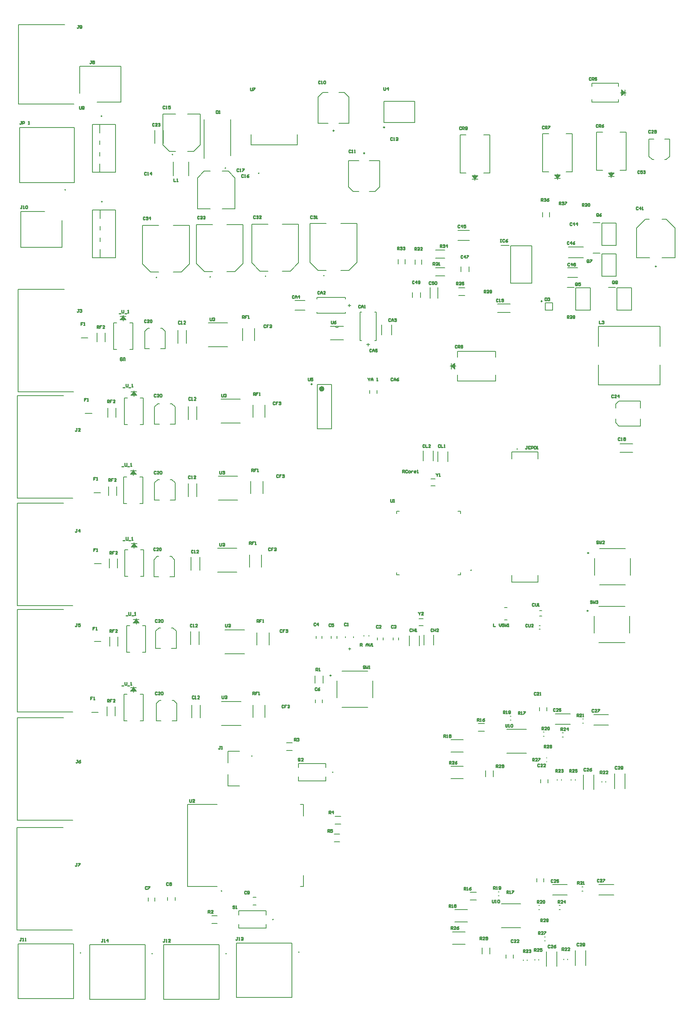
<source format=gto>
G04*
G04 #@! TF.GenerationSoftware,Altium Limited,Altium Designer,22.1.2 (22)*
G04*
G04 Layer_Color=65535*
%FSLAX23Y23*%
%MOIN*%
G70*
G04*
G04 #@! TF.SameCoordinates,EFA1FED7-213C-4DAE-99C9-92C2F6BD185D*
G04*
G04*
G04 #@! TF.FilePolarity,Positive*
G04*
G01*
G75*
%ADD10C,0.010*%
%ADD11C,0.008*%
%ADD12C,0.006*%
%ADD13C,0.024*%
%ADD14C,0.005*%
%ADD15C,0.010*%
D10*
X3228Y7646D02*
G03*
X3228Y7646I-5J0D01*
G01*
X2790Y7617D02*
G03*
X2790Y7617I-5J0D01*
G01*
X3055Y7422D02*
G03*
X3055Y7422I-5J0D01*
G01*
X4591Y6141D02*
G03*
X4591Y6141I-5J0D01*
G01*
X5580Y6443D02*
G03*
X5580Y6443I-5J0D01*
G01*
X4994Y3963D02*
G03*
X4994Y3963I-5J0D01*
G01*
X4989Y3463D02*
G03*
X4989Y3463I-5J0D01*
G01*
X2600Y5424D02*
G03*
X2600Y5424I-5J0D01*
G01*
X2764Y2903D02*
G03*
X2764Y2903I-5J0D01*
G01*
D11*
X1853Y7294D02*
G03*
X1853Y7294I-4J0D01*
G01*
X1395Y7410D02*
G03*
X1395Y7410I-4J0D01*
G01*
X1256Y6347D02*
G03*
X1256Y6347I-4J0D01*
G01*
X1721Y6352D02*
G03*
X1721Y6352I-4J0D01*
G01*
X2201Y6357D02*
G03*
X2201Y6357I-4J0D01*
G01*
X2706Y6362D02*
G03*
X2706Y6362I-4J0D01*
G01*
X466Y7105D02*
G03*
X466Y7105I-4J0D01*
G01*
X3980Y3813D02*
G03*
X3980Y3813I-4J0D01*
G01*
X1820Y1038D02*
G03*
X1820Y1038I-4J0D01*
G01*
X2082Y2206D02*
G03*
X2082Y2206I-4J0D01*
G01*
X2782Y2066D02*
G03*
X2782Y2066I-4J0D01*
G01*
X2265Y791D02*
G03*
X2265Y791I-4J0D01*
G01*
X4379Y4863D02*
G03*
X4379Y4863I-4J0D01*
G01*
X599Y502D02*
G03*
X599Y502I-4J0D01*
G01*
X1859Y495D02*
G03*
X1859Y495I-4J0D01*
G01*
X2489Y510D02*
G03*
X2489Y510I-4J0D01*
G01*
X1219Y495D02*
G03*
X1219Y495I-4J0D01*
G01*
X2142Y7248D02*
G03*
X2142Y7248I-4J0D01*
G01*
X60Y8533D02*
X460D01*
X60Y7848D02*
Y8533D01*
Y7848D02*
X539D01*
X5443Y5062D02*
Y5123D01*
Y5217D02*
Y5278D01*
X5255D02*
X5443D01*
X5255Y5062D02*
X5443D01*
X5227Y5250D02*
X5255Y5278D01*
X5227Y5217D02*
Y5250D01*
Y5090D02*
X5255Y5062D01*
X5227Y5090D02*
Y5123D01*
X5264Y4907D02*
X5376D01*
X5264Y4833D02*
X5376D01*
X2684Y3223D02*
Y3243D01*
X2636Y3223D02*
Y3243D01*
X4204Y6043D02*
X4316D01*
X4204Y6117D02*
X4316D01*
X5107Y6816D02*
X5233D01*
Y6624D02*
Y6816D01*
X5107Y6624D02*
X5233D01*
X5107D02*
Y6816D01*
X5033Y6822D02*
X5093D01*
X5652Y7366D02*
X5666D01*
X5694Y7394D01*
Y7544D01*
X5544Y7366D02*
X5558D01*
X5516Y7394D02*
X5544Y7366D01*
X5516Y7394D02*
Y7544D01*
X5652D02*
X5694D01*
X5516D02*
X5558D01*
X3223Y7689D02*
X3487D01*
X3223Y7871D02*
X3487D01*
X3223Y7689D02*
Y7871D01*
X3487Y7689D02*
Y7871D01*
X1528Y4451D02*
Y4564D01*
X1602Y4451D02*
Y4564D01*
X1367Y3756D02*
X1409D01*
X1231D02*
X1273D01*
X1409D02*
Y3905D01*
X1381Y3933D02*
X1409Y3905D01*
X1367Y3933D02*
X1381D01*
X1231Y3756D02*
Y3905D01*
X1259Y3933D01*
X1273D01*
X1382Y3136D02*
X1424D01*
X1246D02*
X1288D01*
X1424D02*
Y3286D01*
X1396Y3314D02*
X1424Y3286D01*
X1382Y3314D02*
X1396D01*
X1246Y3136D02*
Y3286D01*
X1274Y3314D01*
X1288D01*
X1372Y5076D02*
X1414D01*
X1236D02*
X1278D01*
X1414D02*
Y5226D01*
X1386Y5254D02*
X1414Y5226D01*
X1372Y5254D02*
X1386D01*
X1236Y5076D02*
Y5226D01*
X1264Y5254D01*
X1278D01*
X1287Y5731D02*
X1329D01*
X1151D02*
X1193D01*
X1329D02*
Y5881D01*
X1301Y5909D02*
X1329Y5881D01*
X1287Y5909D02*
X1301D01*
X1151Y5731D02*
Y5881D01*
X1179Y5909D01*
X1193D01*
X1372Y4421D02*
X1414D01*
X1236D02*
X1278D01*
X1414D02*
Y4571D01*
X1386Y4599D02*
X1414Y4571D01*
X1372Y4599D02*
X1386D01*
X1236Y4421D02*
Y4571D01*
X1264Y4599D01*
X1278D01*
X1553Y3814D02*
Y3926D01*
X1627Y3814D02*
Y3926D01*
X1548Y3171D02*
Y3284D01*
X1622Y3171D02*
Y3284D01*
X1387Y2511D02*
X1429D01*
X1251D02*
X1293D01*
X1429D02*
Y2661D01*
X1401Y2689D02*
X1429Y2661D01*
X1387Y2689D02*
X1401D01*
X1251Y2511D02*
Y2661D01*
X1279Y2689D01*
X1293D01*
X2087Y985D02*
X2115D01*
X2087Y918D02*
X2115D01*
X5220Y1924D02*
Y2053D01*
X5310Y1924D02*
Y2053D01*
X4706Y2480D02*
X4834D01*
X4706Y2570D02*
X4834D01*
X5037Y2475D02*
X5166D01*
X5037Y2565D02*
X5166D01*
X4631Y2596D02*
Y2626D01*
X4569Y2596D02*
Y2626D01*
X4950Y1916D02*
Y2044D01*
X5040Y1916D02*
Y2044D01*
X4606Y1116D02*
Y1146D01*
X4544Y1116D02*
Y1146D01*
X4681Y1005D02*
X4809D01*
X4681Y1095D02*
X4809D01*
X5082D02*
X5211D01*
X5082Y1005D02*
X5211D01*
X2831Y7948D02*
X2879D01*
X2691D02*
X2739D01*
X2879D02*
X2919Y7908D01*
Y7680D02*
Y7908D01*
X2651D02*
X2691Y7948D01*
X2651Y7680D02*
Y7908D01*
Y7680D02*
X2739D01*
X2831D02*
X2919D01*
X4970Y394D02*
Y523D01*
X4880Y394D02*
Y523D01*
X4279Y456D02*
Y486D01*
X4341Y456D02*
Y486D01*
X4579Y1975D02*
Y2005D01*
X4641Y1975D02*
Y2005D01*
X4630Y386D02*
Y514D01*
X4720Y386D02*
Y514D01*
X1238Y7509D02*
Y7621D01*
X1312Y7509D02*
Y7621D01*
X1602Y5119D02*
Y5231D01*
X1528Y5119D02*
Y5231D01*
X1632Y2536D02*
Y2649D01*
X1558Y2536D02*
Y2649D01*
X1512Y5779D02*
Y5891D01*
X1438Y5779D02*
Y5891D01*
X2916Y7359D02*
X3004D01*
X3096D02*
X3184D01*
Y7131D02*
Y7359D01*
X3144Y7091D02*
X3184Y7131D01*
X2916D02*
Y7359D01*
Y7131D02*
X2956Y7091D01*
X3096D02*
X3144D01*
X2956D02*
X3004D01*
X4812Y6348D02*
X4899D01*
X4812Y6432D02*
X4899D01*
X3404Y6465D02*
Y6505D01*
X3346Y6465D02*
Y6505D01*
X3647Y4762D02*
Y4848D01*
X3563Y4762D02*
Y4848D01*
X4235Y6623D02*
X4306D01*
X4319Y6299D02*
Y6621D01*
Y6299D02*
X4501D01*
Y6621D01*
X4319D02*
X4501D01*
X4594Y6871D02*
Y6911D01*
X4656Y6871D02*
Y6911D01*
X4808Y6262D02*
X4868D01*
X4882Y6064D02*
Y6256D01*
Y6064D02*
X5008D01*
Y6256D01*
X4882D02*
X5008D01*
X4681Y6064D02*
Y6126D01*
X4619Y6064D02*
X4681D01*
X4619Y6126D02*
X4681D01*
X4619Y6064D02*
Y6126D01*
X5630Y6852D02*
X5664D01*
X5486D02*
X5520D01*
X5664D02*
X5742Y6773D01*
Y6517D02*
Y6773D01*
X5408D02*
X5486Y6852D01*
X5408Y6517D02*
Y6773D01*
Y6517D02*
X5521D01*
X5629D02*
X5742D01*
X3491Y6460D02*
Y6500D01*
X3549Y6460D02*
Y6500D01*
X3960Y6398D02*
Y6442D01*
X3890Y6398D02*
Y6442D01*
X3470Y6173D02*
Y6217D01*
X3540Y6173D02*
Y6217D01*
X5078Y5750D02*
Y5924D01*
Y5416D02*
Y5590D01*
Y5416D02*
X5612D01*
Y5750D02*
Y5924D01*
Y5416D02*
Y5590D01*
X5078Y5924D02*
X5612D01*
X3863Y6666D02*
X3962D01*
X3863Y6754D02*
X3962D01*
X3689Y6166D02*
Y6261D01*
X3621Y6166D02*
Y6261D01*
X4820Y6611D02*
X4950D01*
X4820Y6519D02*
X4950D01*
X5165Y6262D02*
X5225D01*
X5239Y6064D02*
Y6256D01*
Y6064D02*
X5365D01*
Y6256D01*
X5239D02*
X5365D01*
X5033Y6557D02*
X5093D01*
X5107Y6359D02*
Y6551D01*
Y6359D02*
X5233D01*
Y6551D01*
X5107D02*
X5233D01*
X5046Y3772D02*
Y3918D01*
X5088Y3689D02*
X5312D01*
X5354Y3772D02*
Y3918D01*
X5088Y4001D02*
X5312D01*
X5041Y3272D02*
Y3418D01*
X5083Y3189D02*
X5307D01*
X5349Y3272D02*
Y3418D01*
X5083Y3501D02*
X5307D01*
X79Y6917D02*
X285D01*
X79Y6607D02*
Y6917D01*
Y6607D02*
X435D01*
Y6840D01*
X740Y7863D02*
X946D01*
Y8173D01*
X590D02*
X946D01*
X590Y7940D02*
Y8173D01*
X601Y5825D02*
X659D01*
X1664Y7377D02*
Y7714D01*
X1896Y7401D02*
Y7714D01*
X2644Y5036D02*
X2770D01*
X2644Y5422D02*
X2770D01*
Y5036D02*
Y5422D01*
X2644Y5036D02*
Y5422D01*
X3161Y5345D02*
Y5371D01*
X3099Y5345D02*
Y5371D01*
X50Y3507D02*
X529D01*
X50D02*
Y4393D01*
X450D01*
X55Y5357D02*
X534D01*
X55D02*
Y6243D01*
X455D01*
X50Y4438D02*
X529D01*
X50D02*
Y5325D01*
X450D01*
X2816Y2712D02*
Y2858D01*
X2858Y2629D02*
X3082D01*
X3124Y2712D02*
Y2858D01*
X2858Y2941D02*
X3082D01*
X2791Y1463D02*
X2840D01*
X2791Y1530D02*
X2840D01*
X2798Y1618D02*
X2847D01*
X2798Y1685D02*
X2847D01*
X4266Y3384D02*
X4287D01*
X4266Y3491D02*
X4287D01*
X4570Y3464D02*
X4590D01*
X4570Y3416D02*
X4590D01*
X2912Y6105D02*
X2935D01*
X2923Y6093D02*
Y6117D01*
X2641Y6162D02*
Y6174D01*
Y6036D02*
Y6048D01*
Y6036D02*
X2889D01*
Y6162D02*
Y6174D01*
Y6036D02*
Y6048D01*
X2641Y6174D02*
X2889D01*
X2452Y6063D02*
X2538D01*
X2452Y6147D02*
X2538D01*
X1181Y952D02*
Y980D01*
X1240Y952D02*
Y980D01*
X1347Y957D02*
Y984D01*
X1414Y957D02*
Y984D01*
X1873Y2146D02*
Y2246D01*
X1973D01*
X1873Y1946D02*
X1973D01*
X1873D02*
Y2046D01*
X2379Y2320D02*
X2428D01*
X2379Y2253D02*
X2428D01*
X1731Y825D02*
X1780D01*
X1731Y758D02*
X1780D01*
X4330Y4778D02*
Y4838D01*
Y3712D02*
Y3772D01*
X4555Y3712D02*
Y3772D01*
Y4778D02*
Y4838D01*
X4330Y3712D02*
X4555D01*
X4330Y4838D02*
X4555D01*
X2630Y2666D02*
Y2694D01*
X2690Y2666D02*
Y2694D01*
X3349Y3210D02*
Y3230D01*
X3301Y3210D02*
Y3230D01*
X3166Y3210D02*
Y3230D01*
X3214Y3210D02*
Y3230D01*
X2960Y3231D02*
Y3240D01*
X2890Y3231D02*
Y3240D01*
X2915Y3135D02*
X2935D01*
X2925Y3125D02*
Y3145D01*
X3093Y3244D02*
Y3251D01*
X3047Y3244D02*
Y3251D01*
X2695Y2839D02*
Y2901D01*
X2625Y2839D02*
Y2901D01*
X2766Y3223D02*
Y3243D01*
X2814Y3223D02*
Y3243D01*
X3690Y4755D02*
Y4842D01*
X3774Y4755D02*
Y4842D01*
X4564Y3335D02*
X4576D01*
X4564Y3305D02*
X4576D01*
X3527Y3162D02*
Y3248D01*
X3443Y3162D02*
Y3248D01*
X3568Y3167D02*
Y3253D01*
X3652Y3167D02*
Y3253D01*
X3154Y5801D02*
Y6049D01*
X3016Y5801D02*
X3028D01*
X3142D02*
X3154D01*
X3016D02*
Y6049D01*
X3028D01*
X3142D02*
X3154D01*
X3073Y5767D02*
X3097D01*
X3085Y5755D02*
Y5778D01*
X3203Y5852D02*
Y5938D01*
X3287Y5852D02*
Y5938D01*
X636Y5170D02*
X694D01*
X716Y3870D02*
X774D01*
X714Y3197D02*
X771D01*
X691Y2585D02*
X749D01*
X711Y4485D02*
X769D01*
X50Y3473D02*
X450D01*
X50Y2587D02*
Y3473D01*
Y2587D02*
X529D01*
X50Y2538D02*
X450D01*
X50Y1652D02*
Y2538D01*
Y1652D02*
X529D01*
X45Y1588D02*
X445D01*
X45Y702D02*
Y1588D01*
Y702D02*
X524D01*
D12*
X2803Y5924D02*
G03*
X2827Y5924I12J0D01*
G01*
X785Y7002D02*
G03*
X785Y7002I-5J0D01*
G01*
X782Y7742D02*
G03*
X782Y7742I-5J0D01*
G01*
X5266Y7275D02*
X5318D01*
X5062D02*
X5114D01*
X5062D02*
Y7605D01*
X5266D02*
X5318D01*
Y7275D02*
Y7605D01*
X5165Y7250D02*
X5215D01*
X5190Y7220D02*
X5195Y7250D01*
X5190Y7220D02*
X5200Y7250D01*
X5190Y7220D02*
X5205Y7250D01*
X5190Y7220D02*
X5210Y7250D01*
X5190Y7220D02*
X5215Y7250D01*
X5185D02*
X5190Y7220D01*
X5180Y7250D02*
X5190Y7220D01*
X5175Y7250D02*
X5190Y7220D01*
X5170Y7250D02*
X5190Y7220D01*
X5165Y7250D02*
X5190Y7220D01*
X5165D02*
X5215D01*
X5190Y7210D02*
Y7260D01*
X5062Y7605D02*
X5114D01*
X4085Y7252D02*
X4137D01*
X3881D02*
X3933D01*
X3881D02*
Y7582D01*
X4085D02*
X4137D01*
Y7252D02*
Y7582D01*
X3984Y7227D02*
X4034D01*
X4009Y7197D02*
X4014Y7227D01*
X4009Y7197D02*
X4019Y7227D01*
X4009Y7197D02*
X4024Y7227D01*
X4009Y7197D02*
X4029Y7227D01*
X4009Y7197D02*
X4034Y7227D01*
X4004D02*
X4009Y7197D01*
X3999Y7227D02*
X4009Y7197D01*
X3994Y7227D02*
X4009Y7197D01*
X3989Y7227D02*
X4009Y7197D01*
X3984Y7227D02*
X4009Y7197D01*
X3984D02*
X4034D01*
X4009Y7187D02*
Y7237D01*
X3881Y7582D02*
X3933D01*
X2758Y5924D02*
X2803D01*
X2827D01*
X2872D01*
X2758Y5806D02*
X2872D01*
X4190Y5656D02*
Y5708D01*
X3795Y5580D02*
X3845D01*
X3805Y5555D02*
Y5605D01*
Y5580D02*
X3835Y5605D01*
X3805Y5580D02*
X3835Y5600D01*
X3805Y5580D02*
X3835Y5595D01*
X3805Y5580D02*
X3835Y5590D01*
X3805Y5580D02*
X3835Y5585D01*
X3805Y5580D02*
X3835Y5555D01*
X3805Y5580D02*
X3835Y5560D01*
X3805Y5580D02*
X3835Y5565D01*
X3805Y5580D02*
X3835Y5570D01*
X3805Y5580D02*
X3835Y5575D01*
Y5555D02*
Y5605D01*
X3860Y5452D02*
X4190D01*
Y5504D01*
X3860Y5708D02*
X4190D01*
X3860Y5656D02*
Y5708D01*
Y5452D02*
Y5504D01*
X4596Y7590D02*
X4648D01*
X4724Y7195D02*
Y7245D01*
X4699Y7205D02*
X4749D01*
X4699Y7235D02*
X4724Y7205D01*
X4704Y7235D02*
X4724Y7205D01*
X4709Y7235D02*
X4724Y7205D01*
X4714Y7235D02*
X4724Y7205D01*
X4719Y7235D02*
X4724Y7205D01*
X4749Y7235D01*
X4724Y7205D02*
X4744Y7235D01*
X4724Y7205D02*
X4739Y7235D01*
X4724Y7205D02*
X4734Y7235D01*
X4724Y7205D02*
X4729Y7235D01*
X4699D02*
X4749D01*
X4852Y7260D02*
Y7590D01*
X4800D02*
X4852D01*
X4596Y7260D02*
Y7590D01*
Y7260D02*
X4648D01*
X4800D02*
X4852D01*
X882Y5955D02*
X909D01*
X1021D02*
X1048D01*
Y5725D02*
Y5955D01*
X882Y5725D02*
X909D01*
X882D02*
Y5955D01*
X940Y5980D02*
X990D01*
X960D02*
X965Y6010D01*
X955Y5980D02*
X965Y6010D01*
X950Y5980D02*
X965Y6010D01*
X945Y5980D02*
X965Y6010D01*
X940Y5980D02*
X965Y6010D01*
X970Y5980D01*
X965Y6010D02*
X975Y5980D01*
X965Y6010D02*
X980Y5980D01*
X965Y6010D02*
X985Y5980D01*
X965Y6010D02*
X990Y5980D01*
X940Y6010D02*
X990D01*
X965Y5970D02*
Y6020D01*
X1021Y5725D02*
X1048D01*
X766Y6523D02*
Y6592D01*
Y6858D02*
Y6927D01*
X700Y6518D02*
Y6932D01*
Y6518D02*
X900D01*
Y6932D01*
X700D02*
X900D01*
X766Y6758D02*
Y6792D01*
Y6658D02*
Y6692D01*
X763Y7263D02*
Y7332D01*
Y7598D02*
Y7667D01*
X697Y7258D02*
Y7672D01*
Y7258D02*
X897D01*
Y7672D01*
X697D02*
X897D01*
X763Y7498D02*
Y7532D01*
Y7398D02*
Y7432D01*
X1701Y5746D02*
X1869D01*
X1701Y5954D02*
X1869D01*
X1811Y5086D02*
X1979D01*
X1811Y5294D02*
X1979D01*
X4286Y2439D02*
X4454D01*
X4286Y2231D02*
X4454D01*
X4238Y929D02*
X4406D01*
X4238Y721D02*
X4406D01*
X1781Y4004D02*
X1949D01*
X1781Y3796D02*
X1949D01*
X1846Y3299D02*
X2014D01*
X1846Y3091D02*
X2014D01*
X1816Y2679D02*
X1984D01*
X1816Y2471D02*
X1984D01*
X1788Y4629D02*
X1956D01*
X1788Y4421D02*
X1956D01*
X5022Y7863D02*
Y7889D01*
X5267Y7945D02*
X5317D01*
X5307Y7920D02*
Y7970D01*
X5277Y7920D02*
X5307Y7945D01*
X5277Y7925D02*
X5307Y7945D01*
X5277Y7930D02*
X5307Y7945D01*
X5277Y7935D02*
X5307Y7945D01*
X5277Y7940D02*
X5307Y7945D01*
X5277Y7970D02*
X5307Y7945D01*
X5277Y7965D02*
X5307Y7945D01*
X5277Y7960D02*
X5307Y7945D01*
X5277Y7955D02*
X5307Y7945D01*
X5277Y7950D02*
X5307Y7945D01*
X5277Y7920D02*
Y7970D01*
X5022Y8028D02*
X5252D01*
X5022Y8001D02*
Y8028D01*
Y7863D02*
X5252D01*
Y7889D01*
Y8001D02*
Y8028D01*
X1116Y3760D02*
X1143D01*
X1060Y4005D02*
Y4055D01*
X1035Y4045D02*
X1085D01*
X1060D02*
X1085Y4015D01*
X1060Y4045D02*
X1080Y4015D01*
X1060Y4045D02*
X1075Y4015D01*
X1060Y4045D02*
X1070Y4015D01*
X1060Y4045D02*
X1065Y4015D01*
X1035D02*
X1060Y4045D01*
X1040Y4015D02*
X1060Y4045D01*
X1045Y4015D02*
X1060Y4045D01*
X1050Y4015D02*
X1060Y4045D01*
X1055Y4015D02*
X1060Y4045D01*
X1035Y4015D02*
X1085D01*
X978Y3760D02*
Y3990D01*
Y3760D02*
X1004D01*
X1143D02*
Y3990D01*
X1116D02*
X1143D01*
X978D02*
X1004D01*
X1133Y3104D02*
X1160D01*
X1077Y3349D02*
Y3399D01*
X1052Y3389D02*
X1102D01*
X1077D02*
X1102Y3359D01*
X1077Y3389D02*
X1097Y3359D01*
X1077Y3389D02*
X1092Y3359D01*
X1077Y3389D02*
X1087Y3359D01*
X1077Y3389D02*
X1082Y3359D01*
X1052D02*
X1077Y3389D01*
X1057Y3359D02*
X1077Y3389D01*
X1062Y3359D02*
X1077Y3389D01*
X1067Y3359D02*
X1077Y3389D01*
X1072Y3359D02*
X1077Y3389D01*
X1052Y3359D02*
X1102D01*
X995Y3104D02*
Y3334D01*
Y3104D02*
X1021D01*
X1160D02*
Y3334D01*
X1133D02*
X1160D01*
X995D02*
X1021D01*
X1111Y2511D02*
X1138D01*
X1055Y2756D02*
Y2806D01*
X1030Y2796D02*
X1080D01*
X1055D02*
X1080Y2766D01*
X1055Y2796D02*
X1075Y2766D01*
X1055Y2796D02*
X1070Y2766D01*
X1055Y2796D02*
X1065Y2766D01*
X1055Y2796D02*
X1060Y2766D01*
X1030D02*
X1055Y2796D01*
X1035Y2766D02*
X1055Y2796D01*
X1040Y2766D02*
X1055Y2796D01*
X1045Y2766D02*
X1055Y2796D01*
X1050Y2766D02*
X1055Y2796D01*
X1030Y2766D02*
X1080D01*
X973Y2511D02*
Y2741D01*
Y2511D02*
X999D01*
X1138D02*
Y2741D01*
X1111D02*
X1138D01*
X973D02*
X999D01*
X1113Y5073D02*
X1140D01*
X1057Y5318D02*
Y5368D01*
X1032Y5358D02*
X1082D01*
X1057D02*
X1082Y5328D01*
X1057Y5358D02*
X1077Y5328D01*
X1057Y5358D02*
X1072Y5328D01*
X1057Y5358D02*
X1067Y5328D01*
X1057Y5358D02*
X1062Y5328D01*
X1032D02*
X1057Y5358D01*
X1037Y5328D02*
X1057Y5358D01*
X1042Y5328D02*
X1057Y5358D01*
X1047Y5328D02*
X1057Y5358D01*
X1052Y5328D02*
X1057Y5358D01*
X1032Y5328D02*
X1082D01*
X975Y5073D02*
Y5303D01*
Y5073D02*
X1001D01*
X1140D02*
Y5303D01*
X1113D02*
X1140D01*
X975D02*
X1001D01*
X1108Y4390D02*
X1135D01*
X1052Y4635D02*
Y4685D01*
X1027Y4675D02*
X1077D01*
X1052D02*
X1077Y4645D01*
X1052Y4675D02*
X1072Y4645D01*
X1052Y4675D02*
X1067Y4645D01*
X1052Y4675D02*
X1062Y4645D01*
X1052Y4675D02*
X1057Y4645D01*
X1027D02*
X1052Y4675D01*
X1032Y4645D02*
X1052Y4675D01*
X1037Y4645D02*
X1052Y4675D01*
X1042Y4645D02*
X1052Y4675D01*
X1047Y4645D02*
X1052Y4675D01*
X1027Y4645D02*
X1077D01*
X970Y4390D02*
Y4620D01*
Y4390D02*
X996D01*
X1135D02*
Y4620D01*
X1108D02*
X1135D01*
X970D02*
X996D01*
D13*
X2695Y5383D02*
G03*
X2695Y5383I-12J0D01*
G01*
D14*
X4168Y2029D02*
Y2081D01*
X4102Y2029D02*
Y2081D01*
X1607Y7209D02*
X1666Y7268D01*
X1607Y6942D02*
Y7209D01*
X1933Y6942D02*
Y7209D01*
X1874Y7268D02*
X1933Y7209D01*
X1822Y7268D02*
X1874D01*
X1666D02*
X1718D01*
X1822Y6942D02*
X1933D01*
X1607D02*
X1718D01*
X1574Y7436D02*
X1633Y7495D01*
Y7762D01*
X1307Y7495D02*
Y7762D01*
Y7495D02*
X1366Y7436D01*
X1418D01*
X1522D02*
X1574D01*
X1307Y7762D02*
X1418D01*
X1522D02*
X1633D01*
X1467Y6393D02*
X1538Y6464D01*
Y6798D01*
X1132Y6464D02*
Y6798D01*
Y6464D02*
X1203Y6393D01*
X1273D01*
X1397D02*
X1467D01*
X1132Y6798D02*
X1273D01*
X1397D02*
X1538D01*
X1932Y6397D02*
X2003Y6468D01*
Y6803D01*
X1597Y6468D02*
Y6803D01*
Y6468D02*
X1668Y6397D01*
X1738D01*
X1862D02*
X1932D01*
X1597Y6803D02*
X1738D01*
X1862D02*
X2003D01*
X2412Y6402D02*
X2483Y6473D01*
Y6808D01*
X2077Y6473D02*
Y6808D01*
Y6473D02*
X2148Y6402D01*
X2218D01*
X2342D02*
X2412D01*
X2077Y6808D02*
X2218D01*
X2342D02*
X2483D01*
X2917Y6407D02*
X2988Y6478D01*
Y6813D01*
X2582Y6478D02*
Y6813D01*
Y6478D02*
X2653Y6407D01*
X2723D01*
X2847D02*
X2917D01*
X2582Y6813D02*
X2723D01*
X2847D02*
X2988D01*
X4563Y441D02*
Y449D01*
X4527Y441D02*
Y449D01*
X3526Y3335D02*
X3562D01*
X3526Y3395D02*
X3562D01*
X3628Y4605D02*
X3664D01*
X3628Y4545D02*
X3664D01*
X3869Y6258D02*
X3921D01*
X3869Y6192D02*
X3921D01*
X3669Y6585D02*
X3748D01*
X3669Y6515D02*
X3748D01*
X3669Y6430D02*
X3748D01*
X3669Y6360D02*
X3748D01*
X3969Y1028D02*
X4021D01*
X3969Y962D02*
X4021D01*
X4039Y2488D02*
X4091D01*
X4039Y2422D02*
X4091D01*
X4072Y494D02*
Y546D01*
X4138Y494D02*
Y546D01*
X69Y7166D02*
Y7645D01*
X541D01*
Y7166D02*
Y7645D01*
X69Y7166D02*
X541D01*
X810Y5791D02*
Y5869D01*
X740Y5791D02*
Y5869D01*
X2087Y5136D02*
Y5244D01*
X2193Y5136D02*
Y5244D01*
X1399Y7228D02*
Y7346D01*
X1531Y7228D02*
Y7346D01*
X2103Y5801D02*
Y5909D01*
X1997Y5801D02*
Y5909D01*
X3332Y4324D02*
X3354D01*
X3332Y3773D02*
X3354D01*
X3862Y4324D02*
X3884D01*
X3862Y3773D02*
X3884D01*
X3332Y4303D02*
Y4324D01*
Y3773D02*
Y3794D01*
X3884Y4303D02*
Y4324D01*
Y3773D02*
Y3794D01*
X4627Y2191D02*
X4633D01*
X4627Y2159D02*
X4633D01*
X4842Y1996D02*
Y2004D01*
X4878Y1996D02*
Y2004D01*
X4758Y1996D02*
Y2004D01*
X4722Y1996D02*
Y2004D01*
X4463Y436D02*
Y444D01*
X4427Y436D02*
Y444D01*
X5107Y1981D02*
Y1989D01*
X5143Y1981D02*
Y1989D01*
X4813Y443D02*
Y452D01*
X4777Y443D02*
Y452D01*
X4766Y2372D02*
X4775D01*
X4766Y2408D02*
X4775D01*
X4738Y877D02*
X4747D01*
X4738Y913D02*
X4747D01*
X4941Y2492D02*
X4949D01*
X4941Y2528D02*
X4949D01*
X4936Y1037D02*
X4944D01*
X4936Y1073D02*
X4944D01*
X4601Y2377D02*
X4610D01*
X4601Y2413D02*
X4610D01*
X4561Y877D02*
X4569D01*
X4561Y913D02*
X4569D01*
X4212Y1031D02*
X4218D01*
X4212Y999D02*
X4218D01*
X3836Y878D02*
X3944D01*
X3836Y772D02*
X3944D01*
X2499Y1077D02*
X2525D01*
Y1174D01*
Y1689D02*
Y1786D01*
X2499D02*
X2525D01*
X1521Y1077D02*
X1777D01*
X1521D02*
Y1786D01*
X1777D01*
X2483Y1991D02*
X2719D01*
X2483D02*
Y2026D01*
Y2106D02*
Y2141D01*
X2719D01*
Y2106D02*
Y2141D01*
Y1991D02*
Y2026D01*
X1966Y716D02*
X2202D01*
X1966D02*
Y751D01*
Y831D02*
Y866D01*
X2202D01*
Y831D02*
Y866D01*
Y716D02*
Y751D01*
X2228Y3166D02*
Y3274D01*
X2122Y3166D02*
Y3274D01*
X3801Y2118D02*
X3909D01*
X3801Y2012D02*
X3909D01*
X4612Y609D02*
X4618D01*
X4612Y641D02*
X4618D01*
X3816Y577D02*
X3924D01*
X3816Y683D02*
X3924D01*
X4315Y2551D02*
X4322D01*
X4315Y2519D02*
X4322D01*
X3803Y2348D02*
X3910D01*
X3803Y2242D02*
X3910D01*
X895Y2554D02*
Y2633D01*
X825Y2554D02*
Y2633D01*
X832Y5139D02*
Y5218D01*
X902Y5139D02*
Y5218D01*
X845Y3834D02*
Y3913D01*
X915Y3834D02*
Y3913D01*
X2163Y3841D02*
Y3949D01*
X2057Y3841D02*
Y3949D01*
X847Y3158D02*
Y3236D01*
X917Y3158D02*
Y3236D01*
X2193Y2541D02*
Y2649D01*
X2087Y2541D02*
Y2649D01*
X2175Y4476D02*
Y4584D01*
X2069Y4476D02*
Y4584D01*
X837Y4461D02*
Y4539D01*
X907Y4461D02*
Y4539D01*
X534Y109D02*
Y581D01*
X56D02*
X534D01*
X56Y109D02*
Y581D01*
Y109D02*
X534D01*
X1794Y101D02*
Y574D01*
X1316D02*
X1794D01*
X1316Y101D02*
Y574D01*
Y101D02*
X1794D01*
X1946Y116D02*
X2424D01*
X1946D02*
Y589D01*
X2424D01*
Y116D02*
Y589D01*
X676Y101D02*
X1154D01*
X676D02*
Y574D01*
X1154D01*
Y101D02*
Y574D01*
X2072Y7495D02*
Y7585D01*
Y7495D02*
X2472D01*
Y7585D01*
D15*
X5528Y7618D02*
X5524Y7622D01*
X5516D01*
X5512Y7618D01*
Y7602D01*
X5516Y7598D01*
X5524D01*
X5528Y7602D01*
X5553Y7598D02*
X5537D01*
X5553Y7614D01*
Y7618D01*
X5549Y7622D01*
X5541D01*
X5537Y7618D01*
X5562Y7602D02*
X5566Y7598D01*
X5574D01*
X5578Y7602D01*
Y7618D01*
X5574Y7622D01*
X5566D01*
X5562Y7618D01*
Y7614D01*
X5566Y7610D01*
X5578D01*
X5238Y2113D02*
X5234Y2117D01*
X5226D01*
X5222Y2113D01*
Y2097D01*
X5226Y2093D01*
X5234D01*
X5238Y2097D01*
X5263Y2093D02*
X5247D01*
X5263Y2109D01*
Y2113D01*
X5259Y2117D01*
X5251D01*
X5247Y2113D01*
X5272D02*
X5276Y2117D01*
X5284D01*
X5288Y2113D01*
Y2109D01*
X5284Y2105D01*
X5288Y2101D01*
Y2097D01*
X5284Y2093D01*
X5276D01*
X5272Y2097D01*
Y2101D01*
X5276Y2105D01*
X5272Y2109D01*
Y2113D01*
X5276Y2105D02*
X5284D01*
X4908Y583D02*
X4904Y587D01*
X4896D01*
X4892Y583D01*
Y567D01*
X4896Y563D01*
X4904D01*
X4908Y567D01*
X4933Y563D02*
X4917D01*
X4933Y579D01*
Y583D01*
X4929Y587D01*
X4921D01*
X4917Y583D01*
X4942D02*
X4946Y587D01*
X4954D01*
X4958Y583D01*
Y579D01*
X4954Y575D01*
X4958Y571D01*
Y567D01*
X4954Y563D01*
X4946D01*
X4942Y567D01*
Y571D01*
X4946Y575D01*
X4942Y579D01*
Y583D01*
X4946Y575D02*
X4954D01*
X5038Y2608D02*
X5034Y2612D01*
X5026D01*
X5022Y2608D01*
Y2592D01*
X5026Y2588D01*
X5034D01*
X5038Y2592D01*
X5063Y2588D02*
X5047D01*
X5063Y2604D01*
Y2608D01*
X5059Y2612D01*
X5051D01*
X5047Y2608D01*
X5072Y2612D02*
X5088D01*
Y2608D01*
X5072Y2592D01*
Y2588D01*
X5083Y1138D02*
X5079Y1142D01*
X5071D01*
X5067Y1138D01*
Y1122D01*
X5071Y1118D01*
X5079D01*
X5083Y1122D01*
X5108Y1118D02*
X5092D01*
X5108Y1134D01*
Y1138D01*
X5104Y1142D01*
X5096D01*
X5092Y1138D01*
X5117Y1142D02*
X5133D01*
Y1138D01*
X5117Y1122D01*
Y1118D01*
X4968Y2098D02*
X4964Y2102D01*
X4956D01*
X4952Y2098D01*
Y2082D01*
X4956Y2078D01*
X4964D01*
X4968Y2082D01*
X4993Y2078D02*
X4977D01*
X4993Y2094D01*
Y2098D01*
X4989Y2102D01*
X4981D01*
X4977Y2098D01*
X5018Y2102D02*
X5010Y2098D01*
X5002Y2090D01*
Y2082D01*
X5006Y2078D01*
X5014D01*
X5018Y2082D01*
Y2086D01*
X5014Y2090D01*
X5002D01*
X4658Y568D02*
X4654Y572D01*
X4646D01*
X4642Y568D01*
Y552D01*
X4646Y548D01*
X4654D01*
X4658Y552D01*
X4683Y548D02*
X4667D01*
X4683Y564D01*
Y568D01*
X4679Y572D01*
X4671D01*
X4667Y568D01*
X4708Y572D02*
X4700Y568D01*
X4692Y560D01*
Y552D01*
X4696Y548D01*
X4704D01*
X4708Y552D01*
Y556D01*
X4704Y560D01*
X4692D01*
X4703Y2613D02*
X4699Y2617D01*
X4691D01*
X4687Y2613D01*
Y2597D01*
X4691Y2593D01*
X4699D01*
X4703Y2597D01*
X4728Y2593D02*
X4712D01*
X4728Y2609D01*
Y2613D01*
X4724Y2617D01*
X4716D01*
X4712Y2613D01*
X4753Y2617D02*
X4737D01*
Y2605D01*
X4745Y2609D01*
X4749D01*
X4753Y2605D01*
Y2597D01*
X4749Y2593D01*
X4741D01*
X4737Y2597D01*
X4683Y1133D02*
X4679Y1137D01*
X4671D01*
X4667Y1133D01*
Y1117D01*
X4671Y1113D01*
X4679D01*
X4683Y1117D01*
X4708Y1113D02*
X4692D01*
X4708Y1129D01*
Y1133D01*
X4704Y1137D01*
X4696D01*
X4692Y1133D01*
X4733Y1137D02*
X4717D01*
Y1125D01*
X4725Y1129D01*
X4729D01*
X4733Y1125D01*
Y1117D01*
X4729Y1113D01*
X4721D01*
X4717Y1117D01*
X5208Y5328D02*
X5204Y5332D01*
X5196D01*
X5192Y5328D01*
Y5312D01*
X5196Y5308D01*
X5204D01*
X5208Y5312D01*
X5233Y5308D02*
X5217D01*
X5233Y5324D01*
Y5328D01*
X5229Y5332D01*
X5221D01*
X5217Y5328D01*
X5254Y5308D02*
Y5332D01*
X5242Y5320D01*
X5258D01*
X1233Y7678D02*
X1229Y7682D01*
X1221D01*
X1217Y7678D01*
Y7662D01*
X1221Y7658D01*
X1229D01*
X1233Y7662D01*
X1258Y7658D02*
X1242D01*
X1258Y7674D01*
Y7678D01*
X1254Y7682D01*
X1246D01*
X1242Y7678D01*
X1267D02*
X1271Y7682D01*
X1279D01*
X1283Y7678D01*
Y7674D01*
X1279Y7670D01*
X1275D01*
X1279D01*
X1283Y7666D01*
Y7662D01*
X1279Y7658D01*
X1271D01*
X1267Y7662D01*
X4210Y6158D02*
X4206Y6162D01*
X4198D01*
X4194Y6158D01*
Y6142D01*
X4198Y6138D01*
X4206D01*
X4210Y6142D01*
X4219Y6138D02*
X4227D01*
X4223D01*
Y6162D01*
X4219Y6158D01*
X4240Y6142D02*
X4244Y6138D01*
X4252D01*
X4256Y6142D01*
Y6158D01*
X4252Y6162D01*
X4244D01*
X4240Y6158D01*
Y6154D01*
X4244Y6150D01*
X4256D01*
X5265Y4958D02*
X5261Y4962D01*
X5253D01*
X5249Y4958D01*
Y4942D01*
X5253Y4938D01*
X5261D01*
X5265Y4942D01*
X5274Y4938D02*
X5282D01*
X5278D01*
Y4962D01*
X5274Y4958D01*
X5295D02*
X5299Y4962D01*
X5307D01*
X5311Y4958D01*
Y4954D01*
X5307Y4950D01*
X5311Y4946D01*
Y4942D01*
X5307Y4938D01*
X5299D01*
X5295Y4942D01*
Y4946D01*
X5299Y4950D01*
X5295Y4954D01*
Y4958D01*
X5299Y4950D02*
X5307D01*
X1570Y3983D02*
X1566Y3987D01*
X1558D01*
X1554Y3983D01*
Y3967D01*
X1558Y3963D01*
X1566D01*
X1570Y3967D01*
X1579Y3963D02*
X1587D01*
X1583D01*
Y3987D01*
X1579Y3983D01*
X1616Y3963D02*
X1600D01*
X1616Y3979D01*
Y3983D01*
X1612Y3987D01*
X1604D01*
X1600Y3983D01*
X1560Y3343D02*
X1556Y3347D01*
X1548D01*
X1544Y3343D01*
Y3327D01*
X1548Y3323D01*
X1556D01*
X1560Y3327D01*
X1569Y3323D02*
X1577D01*
X1573D01*
Y3347D01*
X1569Y3343D01*
X1606Y3323D02*
X1590D01*
X1606Y3339D01*
Y3343D01*
X1602Y3347D01*
X1594D01*
X1590Y3343D01*
X1578Y2723D02*
X1573Y2727D01*
X1565D01*
X1561Y2723D01*
Y2706D01*
X1565Y2702D01*
X1573D01*
X1578Y2706D01*
X1586Y2702D02*
X1594D01*
X1590D01*
Y2727D01*
X1586Y2723D01*
X1623Y2702D02*
X1607D01*
X1623Y2719D01*
Y2723D01*
X1619Y2727D01*
X1611D01*
X1607Y2723D01*
X1548Y5306D02*
X1543Y5310D01*
X1535D01*
X1531Y5306D01*
Y5289D01*
X1535Y5285D01*
X1543D01*
X1548Y5289D01*
X1556Y5285D02*
X1564D01*
X1560D01*
Y5310D01*
X1556Y5306D01*
X1593Y5285D02*
X1577D01*
X1593Y5302D01*
Y5306D01*
X1589Y5310D01*
X1581D01*
X1577Y5306D01*
X1458Y5966D02*
X1453Y5970D01*
X1445D01*
X1441Y5966D01*
Y5949D01*
X1445Y5945D01*
X1453D01*
X1458Y5949D01*
X1466Y5945D02*
X1474D01*
X1470D01*
Y5970D01*
X1466Y5966D01*
X1503Y5945D02*
X1487D01*
X1503Y5962D01*
Y5966D01*
X1499Y5970D01*
X1491D01*
X1487Y5966D01*
X1545Y4628D02*
X1541Y4632D01*
X1533D01*
X1529Y4628D01*
Y4612D01*
X1533Y4608D01*
X1541D01*
X1545Y4612D01*
X1554Y4608D02*
X1562D01*
X1558D01*
Y4632D01*
X1554Y4628D01*
X1591Y4608D02*
X1575D01*
X1591Y4624D01*
Y4628D01*
X1587Y4632D01*
X1579D01*
X1575Y4628D01*
X4568Y2133D02*
X4564Y2137D01*
X4556D01*
X4552Y2133D01*
Y2117D01*
X4556Y2113D01*
X4564D01*
X4568Y2117D01*
X4593Y2113D02*
X4577D01*
X4593Y2129D01*
Y2133D01*
X4589Y2137D01*
X4581D01*
X4577Y2133D01*
X4618Y2113D02*
X4602D01*
X4618Y2129D01*
Y2133D01*
X4614Y2137D01*
X4606D01*
X4602Y2133D01*
X4338Y613D02*
X4334Y617D01*
X4326D01*
X4322Y613D01*
Y597D01*
X4326Y593D01*
X4334D01*
X4338Y597D01*
X4363Y593D02*
X4347D01*
X4363Y609D01*
Y613D01*
X4359Y617D01*
X4351D01*
X4347Y613D01*
X4388Y593D02*
X4372D01*
X4388Y609D01*
Y613D01*
X4384Y617D01*
X4376D01*
X4372Y613D01*
X4538Y2754D02*
X4533Y2758D01*
X4525D01*
X4521Y2754D01*
Y2738D01*
X4525Y2733D01*
X4533D01*
X4538Y2738D01*
X4562Y2733D02*
X4546D01*
X4562Y2750D01*
Y2754D01*
X4558Y2758D01*
X4550D01*
X4546Y2754D01*
X4571Y2733D02*
X4579D01*
X4575D01*
Y2758D01*
X4571Y2754D01*
X1243Y4003D02*
X1239Y4007D01*
X1231D01*
X1227Y4003D01*
Y3987D01*
X1231Y3983D01*
X1239D01*
X1243Y3987D01*
X1268Y3983D02*
X1252D01*
X1268Y3999D01*
Y4003D01*
X1264Y4007D01*
X1256D01*
X1252Y4003D01*
X1277D02*
X1281Y4007D01*
X1289D01*
X1293Y4003D01*
Y3987D01*
X1289Y3983D01*
X1281D01*
X1277Y3987D01*
Y4003D01*
X1258Y3383D02*
X1254Y3387D01*
X1246D01*
X1242Y3383D01*
Y3367D01*
X1246Y3363D01*
X1254D01*
X1258Y3367D01*
X1283Y3363D02*
X1267D01*
X1283Y3379D01*
Y3383D01*
X1279Y3387D01*
X1271D01*
X1267Y3383D01*
X1292D02*
X1296Y3387D01*
X1304D01*
X1308Y3383D01*
Y3367D01*
X1304Y3363D01*
X1296D01*
X1292Y3367D01*
Y3383D01*
X1258Y2758D02*
X1254Y2762D01*
X1246D01*
X1242Y2758D01*
Y2742D01*
X1246Y2738D01*
X1254D01*
X1258Y2742D01*
X1283Y2738D02*
X1267D01*
X1283Y2754D01*
Y2758D01*
X1279Y2762D01*
X1271D01*
X1267Y2758D01*
X1292D02*
X1296Y2762D01*
X1304D01*
X1308Y2758D01*
Y2742D01*
X1304Y2738D01*
X1296D01*
X1292Y2742D01*
Y2758D01*
X1248Y5333D02*
X1244Y5337D01*
X1236D01*
X1232Y5333D01*
Y5317D01*
X1236Y5313D01*
X1244D01*
X1248Y5317D01*
X1273Y5313D02*
X1257D01*
X1273Y5329D01*
Y5333D01*
X1269Y5337D01*
X1261D01*
X1257Y5333D01*
X1282D02*
X1286Y5337D01*
X1294D01*
X1298Y5333D01*
Y5317D01*
X1294Y5313D01*
X1286D01*
X1282Y5317D01*
Y5333D01*
X1163Y5978D02*
X1159Y5982D01*
X1151D01*
X1147Y5978D01*
Y5962D01*
X1151Y5958D01*
X1159D01*
X1163Y5962D01*
X1188Y5958D02*
X1172D01*
X1188Y5974D01*
Y5978D01*
X1184Y5982D01*
X1176D01*
X1172Y5978D01*
X1197D02*
X1201Y5982D01*
X1209D01*
X1213Y5978D01*
Y5962D01*
X1209Y5958D01*
X1201D01*
X1197Y5962D01*
Y5978D01*
X1248Y4668D02*
X1244Y4672D01*
X1236D01*
X1232Y4668D01*
Y4652D01*
X1236Y4648D01*
X1244D01*
X1248Y4652D01*
X1273Y4648D02*
X1257D01*
X1273Y4664D01*
Y4668D01*
X1269Y4672D01*
X1261D01*
X1257Y4668D01*
X1282D02*
X1286Y4672D01*
X1294D01*
X1298Y4668D01*
Y4652D01*
X1294Y4648D01*
X1286D01*
X1282Y4652D01*
Y4668D01*
X4829Y6468D02*
X4825Y6472D01*
X4817D01*
X4813Y6468D01*
Y6452D01*
X4817Y6448D01*
X4825D01*
X4829Y6452D01*
X4850Y6448D02*
Y6472D01*
X4838Y6460D01*
X4854D01*
X4863Y6468D02*
X4867Y6472D01*
X4875D01*
X4879Y6468D01*
Y6464D01*
X4875Y6460D01*
X4879Y6456D01*
Y6452D01*
X4875Y6448D01*
X4867D01*
X4863Y6452D01*
Y6456D01*
X4867Y6460D01*
X4863Y6464D01*
Y6468D01*
X4867Y6460D02*
X4875D01*
X5023Y3548D02*
X5019Y3552D01*
X5011D01*
X5007Y3548D01*
Y3544D01*
X5011Y3540D01*
X5019D01*
X5023Y3536D01*
Y3532D01*
X5019Y3528D01*
X5011D01*
X5007Y3532D01*
X5032Y3552D02*
Y3528D01*
X5040Y3536D01*
X5048Y3528D01*
Y3552D01*
X5057Y3548D02*
X5061Y3552D01*
X5069D01*
X5073Y3548D01*
Y3544D01*
X5069Y3540D01*
X5065D01*
X5069D01*
X5073Y3536D01*
Y3532D01*
X5069Y3528D01*
X5061D01*
X5057Y3532D01*
X5078Y4063D02*
X5074Y4067D01*
X5066D01*
X5062Y4063D01*
Y4059D01*
X5066Y4055D01*
X5074D01*
X5078Y4051D01*
Y4047D01*
X5074Y4043D01*
X5066D01*
X5062Y4047D01*
X5087Y4067D02*
Y4043D01*
X5095Y4051D01*
X5103Y4043D01*
Y4067D01*
X5128Y4043D02*
X5112D01*
X5128Y4059D01*
Y4063D01*
X5124Y4067D01*
X5116D01*
X5112Y4063D01*
X4087Y6213D02*
Y6237D01*
X4099D01*
X4103Y6233D01*
Y6225D01*
X4099Y6221D01*
X4087D01*
X4095D02*
X4103Y6213D01*
X4112Y6233D02*
X4116Y6237D01*
X4124D01*
X4128Y6233D01*
Y6229D01*
X4124Y6225D01*
X4120D01*
X4124D01*
X4128Y6221D01*
Y6217D01*
X4124Y6213D01*
X4116D01*
X4112Y6217D01*
X4137D02*
X4141Y6213D01*
X4149D01*
X4153Y6217D01*
Y6233D01*
X4149Y6237D01*
X4141D01*
X4137Y6233D01*
Y6229D01*
X4141Y6225D01*
X4153D01*
X4807Y5993D02*
Y6017D01*
X4819D01*
X4823Y6013D01*
Y6005D01*
X4819Y6001D01*
X4807D01*
X4815D02*
X4823Y5993D01*
X4832Y6013D02*
X4836Y6017D01*
X4844D01*
X4848Y6013D01*
Y6009D01*
X4844Y6005D01*
X4840D01*
X4844D01*
X4848Y6001D01*
Y5997D01*
X4844Y5993D01*
X4836D01*
X4832Y5997D01*
X4857Y6013D02*
X4861Y6017D01*
X4869D01*
X4873Y6013D01*
Y6009D01*
X4869Y6005D01*
X4873Y6001D01*
Y5997D01*
X4869Y5993D01*
X4861D01*
X4857Y5997D01*
Y6001D01*
X4861Y6005D01*
X4857Y6009D01*
Y6013D01*
X4861Y6005D02*
X4869D01*
X4737Y6978D02*
Y7002D01*
X4749D01*
X4753Y6998D01*
Y6990D01*
X4749Y6986D01*
X4737D01*
X4745D02*
X4753Y6978D01*
X4762Y6998D02*
X4766Y7002D01*
X4774D01*
X4778Y6998D01*
Y6994D01*
X4774Y6990D01*
X4770D01*
X4774D01*
X4778Y6986D01*
Y6982D01*
X4774Y6978D01*
X4766D01*
X4762Y6982D01*
X4787Y7002D02*
X4803D01*
Y6998D01*
X4787Y6982D01*
Y6978D01*
X4582Y7008D02*
Y7032D01*
X4594D01*
X4598Y7028D01*
Y7020D01*
X4594Y7016D01*
X4582D01*
X4590D02*
X4598Y7008D01*
X4607Y7028D02*
X4611Y7032D01*
X4619D01*
X4623Y7028D01*
Y7024D01*
X4619Y7020D01*
X4615D01*
X4619D01*
X4623Y7016D01*
Y7012D01*
X4619Y7008D01*
X4611D01*
X4607Y7012D01*
X4648Y7032D02*
X4640Y7028D01*
X4632Y7020D01*
Y7012D01*
X4636Y7008D01*
X4644D01*
X4648Y7012D01*
Y7016D01*
X4644Y7020D01*
X4632D01*
X3707Y6608D02*
Y6632D01*
X3719D01*
X3723Y6628D01*
Y6620D01*
X3719Y6616D01*
X3707D01*
X3715D02*
X3723Y6608D01*
X3732Y6628D02*
X3736Y6632D01*
X3744D01*
X3748Y6628D01*
Y6624D01*
X3744Y6620D01*
X3740D01*
X3744D01*
X3748Y6616D01*
Y6612D01*
X3744Y6608D01*
X3736D01*
X3732Y6612D01*
X3769Y6608D02*
Y6632D01*
X3757Y6620D01*
X3773D01*
X3646Y6453D02*
Y6477D01*
X3658D01*
X3663Y6473D01*
Y6465D01*
X3658Y6461D01*
X3646D01*
X3654D02*
X3663Y6453D01*
X3671Y6473D02*
X3675Y6477D01*
X3683D01*
X3687Y6473D01*
Y6469D01*
X3683Y6465D01*
X3679D01*
X3683D01*
X3687Y6461D01*
Y6457D01*
X3683Y6453D01*
X3675D01*
X3671Y6457D01*
X3696Y6453D02*
X3704D01*
X3700D01*
Y6477D01*
X3696Y6473D01*
X4937Y6963D02*
Y6987D01*
X4949D01*
X4953Y6983D01*
Y6975D01*
X4949Y6971D01*
X4937D01*
X4945D02*
X4953Y6963D01*
X4962Y6983D02*
X4966Y6987D01*
X4974D01*
X4978Y6983D01*
Y6979D01*
X4974Y6975D01*
X4970D01*
X4974D01*
X4978Y6971D01*
Y6967D01*
X4974Y6963D01*
X4966D01*
X4962Y6967D01*
X4987Y6983D02*
X4991Y6987D01*
X4999D01*
X5003Y6983D01*
Y6967D01*
X4999Y6963D01*
X4991D01*
X4987Y6967D01*
Y6983D01*
X5216Y6297D02*
Y6313D01*
X5212Y6317D01*
X5203D01*
X5199Y6313D01*
Y6297D01*
X5203Y6293D01*
X5212D01*
X5208Y6301D02*
X5216Y6293D01*
X5212D02*
X5216Y6297D01*
X5224Y6313D02*
X5228Y6317D01*
X5237D01*
X5241Y6313D01*
Y6309D01*
X5237Y6305D01*
X5241Y6301D01*
Y6297D01*
X5237Y6293D01*
X5228D01*
X5224Y6297D01*
Y6301D01*
X5228Y6305D01*
X5224Y6309D01*
Y6313D01*
X5228Y6305D02*
X5237D01*
X4996Y6482D02*
Y6498D01*
X4992Y6502D01*
X4983D01*
X4979Y6498D01*
Y6482D01*
X4983Y6478D01*
X4992D01*
X4988Y6486D02*
X4996Y6478D01*
X4992D02*
X4996Y6482D01*
X5004Y6502D02*
X5021D01*
Y6498D01*
X5004Y6482D01*
Y6478D01*
X5078Y6881D02*
Y6898D01*
X5074Y6902D01*
X5066D01*
X5062Y6898D01*
Y6881D01*
X5066Y6877D01*
X5074D01*
X5070Y6885D02*
X5078Y6877D01*
X5074D02*
X5078Y6881D01*
X5103Y6902D02*
X5095Y6898D01*
X5087Y6889D01*
Y6881D01*
X5091Y6877D01*
X5099D01*
X5103Y6881D01*
Y6885D01*
X5099Y6889D01*
X5087D01*
X4896Y6282D02*
Y6298D01*
X4892Y6302D01*
X4883D01*
X4879Y6298D01*
Y6282D01*
X4883Y6278D01*
X4892D01*
X4888Y6286D02*
X4896Y6278D01*
X4892D02*
X4896Y6282D01*
X4921Y6302D02*
X4904D01*
Y6290D01*
X4912Y6294D01*
X4917D01*
X4921Y6290D01*
Y6282D01*
X4917Y6278D01*
X4908D01*
X4904Y6282D01*
X5084Y5972D02*
Y5948D01*
X5101D01*
X5109Y5968D02*
X5113Y5972D01*
X5122D01*
X5126Y5968D01*
Y5964D01*
X5122Y5960D01*
X5117D01*
X5122D01*
X5126Y5956D01*
Y5952D01*
X5122Y5948D01*
X5113D01*
X5109Y5952D01*
X4229Y6677D02*
X4237D01*
X4233D01*
Y6653D01*
X4229D01*
X4237D01*
X4266Y6673D02*
X4262Y6677D01*
X4254D01*
X4250Y6673D01*
Y6657D01*
X4254Y6653D01*
X4262D01*
X4266Y6657D01*
X4291Y6677D02*
X4283Y6673D01*
X4275Y6665D01*
Y6657D01*
X4279Y6653D01*
X4287D01*
X4291Y6657D01*
Y6661D01*
X4287Y6665D01*
X4275D01*
X4614Y6172D02*
Y6148D01*
X4627D01*
X4631Y6152D01*
Y6168D01*
X4627Y6172D01*
X4614D01*
X4639Y6168D02*
X4643Y6172D01*
X4652D01*
X4656Y6168D01*
Y6164D01*
X4652Y6160D01*
X4647D01*
X4652D01*
X4656Y6156D01*
Y6152D01*
X4652Y6148D01*
X4643D01*
X4639Y6152D01*
X3891Y7648D02*
X3887Y7652D01*
X3878D01*
X3874Y7648D01*
Y7631D01*
X3878Y7627D01*
X3887D01*
X3891Y7631D01*
X3899Y7627D02*
Y7652D01*
X3912D01*
X3916Y7648D01*
Y7639D01*
X3912Y7635D01*
X3899D01*
X3907D02*
X3916Y7627D01*
X3924Y7631D02*
X3928Y7627D01*
X3937D01*
X3941Y7631D01*
Y7648D01*
X3937Y7652D01*
X3928D01*
X3924Y7648D01*
Y7643D01*
X3928Y7639D01*
X3941D01*
X3853Y5758D02*
X3849Y5762D01*
X3841D01*
X3837Y5758D01*
Y5742D01*
X3841Y5738D01*
X3849D01*
X3853Y5742D01*
X3862Y5738D02*
Y5762D01*
X3874D01*
X3878Y5758D01*
Y5750D01*
X3874Y5746D01*
X3862D01*
X3870D02*
X3878Y5738D01*
X3887Y5758D02*
X3891Y5762D01*
X3899D01*
X3903Y5758D01*
Y5754D01*
X3899Y5750D01*
X3903Y5746D01*
Y5742D01*
X3899Y5738D01*
X3891D01*
X3887Y5742D01*
Y5746D01*
X3891Y5750D01*
X3887Y5754D01*
Y5758D01*
X3891Y5750D02*
X3899D01*
X4608Y7653D02*
X4604Y7657D01*
X4596D01*
X4592Y7653D01*
Y7637D01*
X4596Y7633D01*
X4604D01*
X4608Y7637D01*
X4617Y7633D02*
Y7657D01*
X4629D01*
X4633Y7653D01*
Y7645D01*
X4629Y7641D01*
X4617D01*
X4625D02*
X4633Y7633D01*
X4642Y7657D02*
X4658D01*
Y7653D01*
X4642Y7637D01*
Y7633D01*
X5073Y7668D02*
X5069Y7672D01*
X5061D01*
X5057Y7668D01*
Y7652D01*
X5061Y7648D01*
X5069D01*
X5073Y7652D01*
X5082Y7648D02*
Y7672D01*
X5094D01*
X5098Y7668D01*
Y7660D01*
X5094Y7656D01*
X5082D01*
X5090D02*
X5098Y7648D01*
X5123Y7672D02*
X5115Y7668D01*
X5107Y7660D01*
Y7652D01*
X5111Y7648D01*
X5119D01*
X5123Y7652D01*
Y7656D01*
X5119Y7660D01*
X5107D01*
X3628Y6308D02*
X3624Y6312D01*
X3616D01*
X3612Y6308D01*
Y6292D01*
X3616Y6288D01*
X3624D01*
X3628Y6292D01*
X3653Y6312D02*
X3637D01*
Y6300D01*
X3645Y6304D01*
X3649D01*
X3653Y6300D01*
Y6292D01*
X3649Y6288D01*
X3641D01*
X3637Y6292D01*
X3662Y6308D02*
X3666Y6312D01*
X3674D01*
X3678Y6308D01*
Y6292D01*
X3674Y6288D01*
X3666D01*
X3662Y6292D01*
Y6308D01*
X3483Y6313D02*
X3479Y6317D01*
X3471D01*
X3467Y6313D01*
Y6297D01*
X3471Y6293D01*
X3479D01*
X3483Y6297D01*
X3504Y6293D02*
Y6317D01*
X3492Y6305D01*
X3508D01*
X3517Y6297D02*
X3521Y6293D01*
X3529D01*
X3533Y6297D01*
Y6313D01*
X3529Y6317D01*
X3521D01*
X3517Y6313D01*
Y6309D01*
X3521Y6305D01*
X3533D01*
X3903Y6533D02*
X3899Y6537D01*
X3891D01*
X3887Y6533D01*
Y6517D01*
X3891Y6513D01*
X3899D01*
X3903Y6517D01*
X3924Y6513D02*
Y6537D01*
X3912Y6525D01*
X3928D01*
X3937Y6537D02*
X3953D01*
Y6533D01*
X3937Y6517D01*
Y6513D01*
X4823Y6653D02*
X4819Y6657D01*
X4811D01*
X4807Y6653D01*
Y6637D01*
X4811Y6633D01*
X4819D01*
X4823Y6637D01*
X4844Y6633D02*
Y6657D01*
X4832Y6645D01*
X4848D01*
X4873Y6657D02*
X4865Y6653D01*
X4857Y6645D01*
Y6637D01*
X4861Y6633D01*
X4869D01*
X4873Y6637D01*
Y6641D01*
X4869Y6645D01*
X4857D01*
X3878Y6798D02*
X3874Y6802D01*
X3866D01*
X3862Y6798D01*
Y6782D01*
X3866Y6778D01*
X3874D01*
X3878Y6782D01*
X3899Y6778D02*
Y6802D01*
X3887Y6790D01*
X3903D01*
X3928Y6802D02*
X3912D01*
Y6790D01*
X3920Y6794D01*
X3924D01*
X3928Y6790D01*
Y6782D01*
X3924Y6778D01*
X3916D01*
X3912Y6782D01*
X5423Y6953D02*
X5418Y6957D01*
X5410D01*
X5406Y6953D01*
Y6937D01*
X5410Y6933D01*
X5418D01*
X5423Y6937D01*
X5443Y6933D02*
Y6957D01*
X5431Y6945D01*
X5447D01*
X5456Y6933D02*
X5464D01*
X5460D01*
Y6957D01*
X5456Y6953D01*
X3847Y6283D02*
Y6307D01*
X3859D01*
X3863Y6303D01*
Y6295D01*
X3859Y6291D01*
X3847D01*
X3855D02*
X3863Y6283D01*
X3872Y6303D02*
X3876Y6307D01*
X3884D01*
X3888Y6303D01*
Y6299D01*
X3884Y6295D01*
X3880D01*
X3884D01*
X3888Y6291D01*
Y6287D01*
X3884Y6283D01*
X3876D01*
X3872Y6287D01*
X3913Y6307D02*
X3897D01*
Y6295D01*
X3905Y6299D01*
X3909D01*
X3913Y6295D01*
Y6287D01*
X3909Y6283D01*
X3901D01*
X3897Y6287D01*
X3337Y6588D02*
Y6612D01*
X3349D01*
X3353Y6608D01*
Y6600D01*
X3349Y6596D01*
X3337D01*
X3345D02*
X3353Y6588D01*
X3362Y6608D02*
X3366Y6612D01*
X3374D01*
X3378Y6608D01*
Y6604D01*
X3374Y6600D01*
X3370D01*
X3374D01*
X3378Y6596D01*
Y6592D01*
X3374Y6588D01*
X3366D01*
X3362Y6592D01*
X3387Y6608D02*
X3391Y6612D01*
X3399D01*
X3403Y6608D01*
Y6604D01*
X3399Y6600D01*
X3395D01*
X3399D01*
X3403Y6596D01*
Y6592D01*
X3399Y6588D01*
X3391D01*
X3387Y6592D01*
X3487Y6583D02*
Y6607D01*
X3499D01*
X3503Y6603D01*
Y6595D01*
X3499Y6591D01*
X3487D01*
X3495D02*
X3503Y6583D01*
X3512Y6603D02*
X3516Y6607D01*
X3524D01*
X3528Y6603D01*
Y6599D01*
X3524Y6595D01*
X3520D01*
X3524D01*
X3528Y6591D01*
Y6587D01*
X3524Y6583D01*
X3516D01*
X3512Y6587D01*
X3553Y6583D02*
X3537D01*
X3553Y6599D01*
Y6603D01*
X3549Y6607D01*
X3541D01*
X3537Y6603D01*
X5433Y7268D02*
X5429Y7272D01*
X5421D01*
X5417Y7268D01*
Y7252D01*
X5421Y7248D01*
X5429D01*
X5433Y7252D01*
X5458Y7272D02*
X5442D01*
Y7260D01*
X5450Y7264D01*
X5454D01*
X5458Y7260D01*
Y7252D01*
X5454Y7248D01*
X5446D01*
X5442Y7252D01*
X5467Y7268D02*
X5471Y7272D01*
X5479D01*
X5483Y7268D01*
Y7264D01*
X5479Y7260D01*
X5475D01*
X5479D01*
X5483Y7256D01*
Y7252D01*
X5479Y7248D01*
X5471D01*
X5467Y7252D01*
X4848Y6818D02*
X4844Y6822D01*
X4836D01*
X4832Y6818D01*
Y6802D01*
X4836Y6798D01*
X4844D01*
X4848Y6802D01*
X4869Y6798D02*
Y6822D01*
X4857Y6810D01*
X4873D01*
X4894Y6798D02*
Y6822D01*
X4882Y6810D01*
X4898D01*
X2895Y3353D02*
X2891Y3357D01*
X2883D01*
X2878Y3353D01*
Y3337D01*
X2883Y3333D01*
X2891D01*
X2895Y3337D01*
X2903Y3333D02*
X2912D01*
X2907D01*
Y3357D01*
X2903Y3353D01*
X3278Y4427D02*
Y4407D01*
X3283Y4403D01*
X3291D01*
X3295Y4407D01*
Y4427D01*
X3303Y4403D02*
X3312D01*
X3307D01*
Y4427D01*
X3303Y4423D01*
X4463Y4887D02*
X4454D01*
X4458D01*
Y4867D01*
X4454Y4863D01*
X4450D01*
X4446Y4867D01*
X4488Y4887D02*
X4471D01*
Y4863D01*
X4488D01*
X4471Y4875D02*
X4479D01*
X4496Y4863D02*
Y4887D01*
X4508D01*
X4512Y4883D01*
Y4875D01*
X4508Y4871D01*
X4496D01*
X4521Y4887D02*
Y4863D01*
X4533D01*
X4537Y4867D01*
Y4883D01*
X4533Y4887D01*
X4521D01*
X4546Y4863D02*
X4554D01*
X4550D01*
Y4887D01*
X4546Y4883D01*
X4274Y2482D02*
Y2462D01*
X4278Y2458D01*
X4286D01*
X4290Y2462D01*
Y2482D01*
X4299Y2458D02*
X4307D01*
X4303D01*
Y2482D01*
X4299Y2478D01*
X4320D02*
X4324Y2482D01*
X4332D01*
X4336Y2478D01*
Y2462D01*
X4332Y2458D01*
X4324D01*
X4320Y2462D01*
Y2478D01*
X4159Y962D02*
Y942D01*
X4163Y938D01*
X4171D01*
X4175Y942D01*
Y962D01*
X4184Y938D02*
X4192D01*
X4188D01*
Y962D01*
X4184Y958D01*
X4205D02*
X4209Y962D01*
X4217D01*
X4221Y958D01*
Y942D01*
X4217Y938D01*
X4209D01*
X4205Y942D01*
Y958D01*
X4607Y2278D02*
Y2302D01*
X4619D01*
X4623Y2298D01*
Y2290D01*
X4619Y2286D01*
X4607D01*
X4615D02*
X4623Y2278D01*
X4648D02*
X4632D01*
X4648Y2294D01*
Y2298D01*
X4644Y2302D01*
X4636D01*
X4632Y2298D01*
X4657D02*
X4661Y2302D01*
X4669D01*
X4673Y2298D01*
Y2294D01*
X4669Y2290D01*
X4673Y2286D01*
Y2282D01*
X4669Y2278D01*
X4661D01*
X4657Y2282D01*
Y2286D01*
X4661Y2290D01*
X4657Y2294D01*
Y2298D01*
X4661Y2290D02*
X4669D01*
X4577Y773D02*
Y797D01*
X4589D01*
X4593Y793D01*
Y785D01*
X4589Y781D01*
X4577D01*
X4585D02*
X4593Y773D01*
X4618D02*
X4602D01*
X4618Y789D01*
Y793D01*
X4614Y797D01*
X4606D01*
X4602Y793D01*
X4627D02*
X4631Y797D01*
X4639D01*
X4643Y793D01*
Y789D01*
X4639Y785D01*
X4643Y781D01*
Y777D01*
X4639Y773D01*
X4631D01*
X4627Y777D01*
Y781D01*
X4631Y785D01*
X4627Y789D01*
Y793D01*
X4631Y785D02*
X4639D01*
X4192Y2108D02*
Y2132D01*
X4204D01*
X4208Y2128D01*
Y2120D01*
X4204Y2116D01*
X4192D01*
X4200D02*
X4208Y2108D01*
X4233D02*
X4217D01*
X4233Y2124D01*
Y2128D01*
X4229Y2132D01*
X4221D01*
X4217Y2128D01*
X4242Y2112D02*
X4246Y2108D01*
X4254D01*
X4258Y2112D01*
Y2128D01*
X4254Y2132D01*
X4246D01*
X4242Y2128D01*
Y2124D01*
X4246Y2120D01*
X4258D01*
X4052Y618D02*
Y642D01*
X4064D01*
X4068Y638D01*
Y630D01*
X4064Y626D01*
X4052D01*
X4060D02*
X4068Y618D01*
X4093D02*
X4077D01*
X4093Y634D01*
Y638D01*
X4089Y642D01*
X4081D01*
X4077Y638D01*
X4102Y622D02*
X4106Y618D01*
X4114D01*
X4118Y622D01*
Y638D01*
X4114Y642D01*
X4106D01*
X4102Y638D01*
Y634D01*
X4106Y630D01*
X4118D01*
X4507Y2163D02*
Y2187D01*
X4519D01*
X4523Y2183D01*
Y2175D01*
X4519Y2171D01*
X4507D01*
X4515D02*
X4523Y2163D01*
X4548D02*
X4532D01*
X4548Y2179D01*
Y2183D01*
X4544Y2187D01*
X4536D01*
X4532Y2183D01*
X4557Y2187D02*
X4573D01*
Y2183D01*
X4557Y2167D01*
Y2163D01*
X4557Y663D02*
Y687D01*
X4569D01*
X4573Y683D01*
Y675D01*
X4569Y671D01*
X4557D01*
X4565D02*
X4573Y663D01*
X4598D02*
X4582D01*
X4598Y679D01*
Y683D01*
X4594Y687D01*
X4586D01*
X4582Y683D01*
X4607Y687D02*
X4623D01*
Y683D01*
X4607Y667D01*
Y663D01*
X3787Y2138D02*
Y2162D01*
X3799D01*
X3803Y2158D01*
Y2150D01*
X3799Y2146D01*
X3787D01*
X3795D02*
X3803Y2138D01*
X3828D02*
X3812D01*
X3828Y2154D01*
Y2158D01*
X3824Y2162D01*
X3816D01*
X3812Y2158D01*
X3853Y2162D02*
X3845Y2158D01*
X3837Y2150D01*
Y2142D01*
X3841Y2138D01*
X3849D01*
X3853Y2142D01*
Y2146D01*
X3849Y2150D01*
X3837D01*
X3802Y708D02*
Y732D01*
X3814D01*
X3818Y728D01*
Y720D01*
X3814Y716D01*
X3802D01*
X3810D02*
X3818Y708D01*
X3843D02*
X3827D01*
X3843Y724D01*
Y728D01*
X3839Y732D01*
X3831D01*
X3827Y728D01*
X3868Y732D02*
X3860Y728D01*
X3852Y720D01*
Y712D01*
X3856Y708D01*
X3864D01*
X3868Y712D01*
Y716D01*
X3864Y720D01*
X3852D01*
X4827Y2068D02*
Y2092D01*
X4839D01*
X4843Y2088D01*
Y2080D01*
X4839Y2076D01*
X4827D01*
X4835D02*
X4843Y2068D01*
X4868D02*
X4852D01*
X4868Y2084D01*
Y2088D01*
X4864Y2092D01*
X4856D01*
X4852Y2088D01*
X4893Y2092D02*
X4877D01*
Y2080D01*
X4885Y2084D01*
X4889D01*
X4893Y2080D01*
Y2072D01*
X4889Y2068D01*
X4881D01*
X4877Y2072D01*
X4522Y518D02*
Y542D01*
X4534D01*
X4538Y538D01*
Y530D01*
X4534Y526D01*
X4522D01*
X4530D02*
X4538Y518D01*
X4563D02*
X4547D01*
X4563Y534D01*
Y538D01*
X4559Y542D01*
X4551D01*
X4547Y538D01*
X4588Y542D02*
X4572D01*
Y530D01*
X4580Y534D01*
X4584D01*
X4588Y530D01*
Y522D01*
X4584Y518D01*
X4576D01*
X4572Y522D01*
X4707Y2068D02*
Y2092D01*
X4719D01*
X4723Y2088D01*
Y2080D01*
X4719Y2076D01*
X4707D01*
X4715D02*
X4723Y2068D01*
X4748D02*
X4732D01*
X4748Y2084D01*
Y2088D01*
X4744Y2092D01*
X4736D01*
X4732Y2088D01*
X4757D02*
X4761Y2092D01*
X4769D01*
X4773Y2088D01*
Y2084D01*
X4769Y2080D01*
X4765D01*
X4769D01*
X4773Y2076D01*
Y2072D01*
X4769Y2068D01*
X4761D01*
X4757Y2072D01*
X4427Y508D02*
Y532D01*
X4439D01*
X4443Y528D01*
Y520D01*
X4439Y516D01*
X4427D01*
X4435D02*
X4443Y508D01*
X4468D02*
X4452D01*
X4468Y524D01*
Y528D01*
X4464Y532D01*
X4456D01*
X4452Y528D01*
X4477D02*
X4481Y532D01*
X4489D01*
X4493Y528D01*
Y524D01*
X4489Y520D01*
X4485D01*
X4489D01*
X4493Y516D01*
Y512D01*
X4489Y508D01*
X4481D01*
X4477Y512D01*
X5092Y2053D02*
Y2077D01*
X5104D01*
X5108Y2073D01*
Y2065D01*
X5104Y2061D01*
X5092D01*
X5100D02*
X5108Y2053D01*
X5133D02*
X5117D01*
X5133Y2069D01*
Y2073D01*
X5129Y2077D01*
X5121D01*
X5117Y2073D01*
X5158Y2053D02*
X5142D01*
X5158Y2069D01*
Y2073D01*
X5154Y2077D01*
X5146D01*
X5142Y2073D01*
X4762Y523D02*
Y547D01*
X4774D01*
X4778Y543D01*
Y535D01*
X4774Y531D01*
X4762D01*
X4770D02*
X4778Y523D01*
X4803D02*
X4787D01*
X4803Y539D01*
Y543D01*
X4799Y547D01*
X4791D01*
X4787Y543D01*
X4828Y523D02*
X4812D01*
X4828Y539D01*
Y543D01*
X4824Y547D01*
X4816D01*
X4812Y543D01*
X4752Y2428D02*
Y2452D01*
X4764D01*
X4768Y2448D01*
Y2440D01*
X4764Y2436D01*
X4752D01*
X4760D02*
X4768Y2428D01*
X4793D02*
X4777D01*
X4793Y2444D01*
Y2448D01*
X4789Y2452D01*
X4781D01*
X4777Y2448D01*
X4814Y2428D02*
Y2452D01*
X4802Y2440D01*
X4818D01*
X4727Y933D02*
Y957D01*
X4739D01*
X4743Y953D01*
Y945D01*
X4739Y941D01*
X4727D01*
X4735D02*
X4743Y933D01*
X4768D02*
X4752D01*
X4768Y949D01*
Y953D01*
X4764Y957D01*
X4756D01*
X4752Y953D01*
X4789Y933D02*
Y957D01*
X4777Y945D01*
X4793D01*
X4891Y2548D02*
Y2572D01*
X4903D01*
X4908Y2568D01*
Y2560D01*
X4903Y2556D01*
X4891D01*
X4899D02*
X4908Y2548D01*
X4932D02*
X4916D01*
X4932Y2564D01*
Y2568D01*
X4928Y2572D01*
X4920D01*
X4916Y2568D01*
X4941Y2548D02*
X4949D01*
X4945D01*
Y2572D01*
X4941Y2568D01*
X4896Y1098D02*
Y1122D01*
X4908D01*
X4913Y1118D01*
Y1110D01*
X4908Y1106D01*
X4896D01*
X4904D02*
X4913Y1098D01*
X4937D02*
X4921D01*
X4937Y1114D01*
Y1118D01*
X4933Y1122D01*
X4925D01*
X4921Y1118D01*
X4946Y1098D02*
X4954D01*
X4950D01*
Y1122D01*
X4946Y1118D01*
X4587Y2433D02*
Y2457D01*
X4599D01*
X4603Y2453D01*
Y2445D01*
X4599Y2441D01*
X4587D01*
X4595D02*
X4603Y2433D01*
X4628D02*
X4612D01*
X4628Y2449D01*
Y2453D01*
X4624Y2457D01*
X4616D01*
X4612Y2453D01*
X4637D02*
X4641Y2457D01*
X4649D01*
X4653Y2453D01*
Y2437D01*
X4649Y2433D01*
X4641D01*
X4637Y2437D01*
Y2453D01*
X4547Y933D02*
Y957D01*
X4559D01*
X4563Y953D01*
Y945D01*
X4559Y941D01*
X4547D01*
X4555D02*
X4563Y933D01*
X4588D02*
X4572D01*
X4588Y949D01*
Y953D01*
X4584Y957D01*
X4576D01*
X4572Y953D01*
X4597D02*
X4601Y957D01*
X4609D01*
X4613Y953D01*
Y937D01*
X4609Y933D01*
X4601D01*
X4597Y937D01*
Y953D01*
X4254Y2573D02*
Y2597D01*
X4266D01*
X4270Y2593D01*
Y2585D01*
X4266Y2581D01*
X4254D01*
X4262D02*
X4270Y2573D01*
X4279D02*
X4287D01*
X4283D01*
Y2597D01*
X4279Y2593D01*
X4300Y2577D02*
X4304Y2573D01*
X4312D01*
X4316Y2577D01*
Y2593D01*
X4312Y2597D01*
X4304D01*
X4300Y2593D01*
Y2589D01*
X4304Y2585D01*
X4316D01*
X4169Y1053D02*
Y1077D01*
X4181D01*
X4185Y1073D01*
Y1065D01*
X4181Y1061D01*
X4169D01*
X4177D02*
X4185Y1053D01*
X4194D02*
X4202D01*
X4198D01*
Y1077D01*
X4194Y1073D01*
X4215Y1057D02*
X4219Y1053D01*
X4227D01*
X4231Y1057D01*
Y1073D01*
X4227Y1077D01*
X4219D01*
X4215Y1073D01*
Y1069D01*
X4219Y1065D01*
X4231D01*
X3739Y2368D02*
Y2392D01*
X3751D01*
X3755Y2388D01*
Y2380D01*
X3751Y2376D01*
X3739D01*
X3747D02*
X3755Y2368D01*
X3764D02*
X3772D01*
X3768D01*
Y2392D01*
X3764Y2388D01*
X3785D02*
X3789Y2392D01*
X3797D01*
X3801Y2388D01*
Y2384D01*
X3797Y2380D01*
X3801Y2376D01*
Y2372D01*
X3797Y2368D01*
X3789D01*
X3785Y2372D01*
Y2376D01*
X3789Y2380D01*
X3785Y2384D01*
Y2388D01*
X3789Y2380D02*
X3797D01*
X3784Y898D02*
Y922D01*
X3796D01*
X3800Y918D01*
Y910D01*
X3796Y906D01*
X3784D01*
X3792D02*
X3800Y898D01*
X3809D02*
X3817D01*
X3813D01*
Y922D01*
X3809Y918D01*
X3830D02*
X3834Y922D01*
X3842D01*
X3846Y918D01*
Y914D01*
X3842Y910D01*
X3846Y906D01*
Y902D01*
X3842Y898D01*
X3834D01*
X3830Y902D01*
Y906D01*
X3834Y910D01*
X3830Y914D01*
Y918D01*
X3834Y910D02*
X3842D01*
X4384Y2568D02*
Y2592D01*
X4396D01*
X4400Y2588D01*
Y2580D01*
X4396Y2576D01*
X4384D01*
X4392D02*
X4400Y2568D01*
X4409D02*
X4417D01*
X4413D01*
Y2592D01*
X4409Y2588D01*
X4430Y2592D02*
X4446D01*
Y2588D01*
X4430Y2572D01*
Y2568D01*
X4284Y1018D02*
Y1042D01*
X4296D01*
X4300Y1038D01*
Y1030D01*
X4296Y1026D01*
X4284D01*
X4292D02*
X4300Y1018D01*
X4309D02*
X4317D01*
X4313D01*
Y1042D01*
X4309Y1038D01*
X4330Y1042D02*
X4346D01*
Y1038D01*
X4330Y1022D01*
Y1018D01*
X4029Y2508D02*
Y2532D01*
X4041D01*
X4045Y2528D01*
Y2520D01*
X4041Y2516D01*
X4029D01*
X4037D02*
X4045Y2508D01*
X4054D02*
X4062D01*
X4058D01*
Y2532D01*
X4054Y2528D01*
X4091Y2532D02*
X4083Y2528D01*
X4075Y2520D01*
Y2512D01*
X4079Y2508D01*
X4087D01*
X4091Y2512D01*
Y2516D01*
X4087Y2520D01*
X4075D01*
X3914Y1048D02*
Y1072D01*
X3926D01*
X3930Y1068D01*
Y1060D01*
X3926Y1056D01*
X3914D01*
X3922D02*
X3930Y1048D01*
X3939D02*
X3947D01*
X3943D01*
Y1072D01*
X3939Y1068D01*
X3976Y1072D02*
X3968Y1068D01*
X3960Y1060D01*
Y1052D01*
X3964Y1048D01*
X3972D01*
X3976Y1052D01*
Y1056D01*
X3972Y1060D01*
X3960D01*
X827Y2673D02*
Y2697D01*
X839D01*
X843Y2693D01*
Y2685D01*
X839Y2681D01*
X827D01*
X835D02*
X843Y2673D01*
X868Y2697D02*
X852D01*
Y2685D01*
X860D01*
X852D01*
Y2673D01*
X893D02*
X877D01*
X893Y2689D01*
Y2693D01*
X889Y2697D01*
X881D01*
X877Y2693D01*
X953Y4710D02*
X970D01*
X978Y4740D02*
Y4719D01*
X983Y4715D01*
X991D01*
X995Y4719D01*
Y4740D01*
X1003Y4710D02*
X1020D01*
X1028Y4715D02*
X1037D01*
X1032D01*
Y4740D01*
X1028Y4735D01*
X3083Y5477D02*
Y5473D01*
X3092Y5465D01*
X3100Y5473D01*
Y5477D01*
X3092Y5465D02*
Y5453D01*
X3108D02*
Y5469D01*
X3117Y5477D01*
X3125Y5469D01*
Y5453D01*
Y5465D01*
X3108D01*
X3158Y5453D02*
X3167D01*
X3162D01*
Y5477D01*
X3158Y5473D01*
X3519Y3452D02*
Y3448D01*
X3528Y3440D01*
X3536Y3448D01*
Y3452D01*
X3528Y3440D02*
Y3428D01*
X3561D02*
X3544D01*
X3561Y3444D01*
Y3448D01*
X3557Y3452D01*
X3548D01*
X3544Y3448D01*
X3673Y4652D02*
Y4648D01*
X3682Y4640D01*
X3690Y4648D01*
Y4652D01*
X3682Y4640D02*
Y4628D01*
X3698D02*
X3707D01*
X3702D01*
Y4652D01*
X3698Y4648D01*
X2764Y5972D02*
Y5952D01*
X2768Y5948D01*
X2777D01*
X2781Y5952D01*
Y5972D01*
X2806D02*
X2797Y5968D01*
X2789Y5960D01*
Y5952D01*
X2793Y5948D01*
X2802D01*
X2806Y5952D01*
Y5956D01*
X2802Y5960D01*
X2789D01*
X2564Y5477D02*
Y5457D01*
X2568Y5453D01*
X2577D01*
X2581Y5457D01*
Y5477D01*
X2606D02*
X2589D01*
Y5465D01*
X2597Y5469D01*
X2602D01*
X2606Y5465D01*
Y5457D01*
X2602Y5453D01*
X2593D01*
X2589Y5457D01*
X3219Y7992D02*
Y7972D01*
X3223Y7968D01*
X3232D01*
X3236Y7972D01*
Y7992D01*
X3257Y7968D02*
Y7992D01*
X3244Y7980D01*
X3261D01*
X980Y5629D02*
Y5650D01*
X976Y5654D01*
X968D01*
X964Y5650D01*
Y5629D01*
X955Y5650D02*
X951Y5654D01*
X943D01*
X939Y5650D01*
Y5633D01*
X943Y5629D01*
X951D01*
X955Y5633D01*
Y5637D01*
X951Y5642D01*
X939D01*
X584Y7827D02*
Y7807D01*
X588Y7803D01*
X597D01*
X601Y7807D01*
Y7827D01*
X609Y7823D02*
X613Y7827D01*
X622D01*
X626Y7823D01*
Y7819D01*
X622Y7815D01*
X626Y7811D01*
Y7807D01*
X622Y7803D01*
X613D01*
X609Y7807D01*
Y7811D01*
X613Y7815D01*
X609Y7819D01*
Y7823D01*
X613Y7815D02*
X622D01*
X2064Y7987D02*
Y7967D01*
X2068Y7963D01*
X2077D01*
X2081Y7967D01*
Y7987D01*
X2089D02*
X2106D01*
Y7983D01*
X2089Y7967D01*
Y7963D01*
X1539Y1832D02*
Y1812D01*
X1543Y1808D01*
X1552D01*
X1556Y1812D01*
Y1832D01*
X1581Y1808D02*
X1564D01*
X1581Y1824D01*
Y1828D01*
X1577Y1832D01*
X1568D01*
X1564Y1828D01*
X1799Y4047D02*
Y4027D01*
X1803Y4023D01*
X1812D01*
X1816Y4027D01*
Y4047D01*
X1824Y4043D02*
X1828Y4047D01*
X1837D01*
X1841Y4043D01*
Y4039D01*
X1837Y4035D01*
X1832D01*
X1837D01*
X1841Y4031D01*
Y4027D01*
X1837Y4023D01*
X1828D01*
X1824Y4027D01*
X1849Y3347D02*
Y3327D01*
X1853Y3323D01*
X1862D01*
X1866Y3327D01*
Y3347D01*
X1874Y3343D02*
X1878Y3347D01*
X1887D01*
X1891Y3343D01*
Y3339D01*
X1887Y3335D01*
X1882D01*
X1887D01*
X1891Y3331D01*
Y3327D01*
X1887Y3323D01*
X1878D01*
X1874Y3327D01*
X1819Y2727D02*
Y2707D01*
X1823Y2703D01*
X1832D01*
X1836Y2707D01*
Y2727D01*
X1844Y2723D02*
X1848Y2727D01*
X1857D01*
X1861Y2723D01*
Y2719D01*
X1857Y2715D01*
X1852D01*
X1857D01*
X1861Y2711D01*
Y2707D01*
X1857Y2703D01*
X1848D01*
X1844Y2707D01*
X1814Y5337D02*
Y5317D01*
X1818Y5313D01*
X1827D01*
X1831Y5317D01*
Y5337D01*
X1839Y5333D02*
X1843Y5337D01*
X1852D01*
X1856Y5333D01*
Y5329D01*
X1852Y5325D01*
X1847D01*
X1852D01*
X1856Y5321D01*
Y5317D01*
X1852Y5313D01*
X1843D01*
X1839Y5317D01*
X1714Y5997D02*
Y5977D01*
X1718Y5973D01*
X1727D01*
X1731Y5977D01*
Y5997D01*
X1739Y5993D02*
X1743Y5997D01*
X1752D01*
X1756Y5993D01*
Y5989D01*
X1752Y5985D01*
X1747D01*
X1752D01*
X1756Y5981D01*
Y5977D01*
X1752Y5973D01*
X1743D01*
X1739Y5977D01*
X1799Y4672D02*
Y4652D01*
X1803Y4648D01*
X1812D01*
X1816Y4652D01*
Y4672D01*
X1824Y4668D02*
X1828Y4672D01*
X1837D01*
X1841Y4668D01*
Y4664D01*
X1837Y4660D01*
X1832D01*
X1837D01*
X1841Y4656D01*
Y4652D01*
X1837Y4648D01*
X1828D01*
X1824Y4652D01*
X3058Y2983D02*
X3053Y2987D01*
X3045D01*
X3041Y2983D01*
Y2979D01*
X3045Y2975D01*
X3053D01*
X3058Y2971D01*
Y2967D01*
X3053Y2963D01*
X3045D01*
X3041Y2967D01*
X3066Y2987D02*
Y2963D01*
X3074Y2971D01*
X3082Y2963D01*
Y2987D01*
X3091Y2963D02*
X3099D01*
X3095D01*
Y2987D01*
X3091Y2983D01*
X2496Y2183D02*
X2492Y2187D01*
X2483D01*
X2479Y2183D01*
Y2179D01*
X2483Y2175D01*
X2492D01*
X2496Y2171D01*
Y2167D01*
X2492Y2163D01*
X2483D01*
X2479Y2167D01*
X2521Y2163D02*
X2504D01*
X2521Y2179D01*
Y2183D01*
X2517Y2187D01*
X2508D01*
X2504Y2183D01*
X1930Y908D02*
X1926Y912D01*
X1918D01*
X1913Y908D01*
Y904D01*
X1918Y900D01*
X1926D01*
X1930Y896D01*
Y892D01*
X1926Y888D01*
X1918D01*
X1913Y892D01*
X1938Y888D02*
X1947D01*
X1942D01*
Y912D01*
X1938Y908D01*
X847Y3953D02*
Y3977D01*
X859D01*
X863Y3973D01*
Y3965D01*
X859Y3961D01*
X847D01*
X855D02*
X863Y3953D01*
X888Y3977D02*
X872D01*
Y3965D01*
X880D01*
X872D01*
Y3953D01*
X913D02*
X897D01*
X913Y3969D01*
Y3973D01*
X909Y3977D01*
X901D01*
X897Y3973D01*
X847Y3278D02*
Y3302D01*
X859D01*
X863Y3298D01*
Y3290D01*
X859Y3286D01*
X847D01*
X855D02*
X863Y3278D01*
X888Y3302D02*
X872D01*
Y3290D01*
X880D01*
X872D01*
Y3278D01*
X913D02*
X897D01*
X913Y3294D01*
Y3298D01*
X909Y3302D01*
X901D01*
X897Y3298D01*
X827Y5263D02*
Y5287D01*
X839D01*
X843Y5283D01*
Y5275D01*
X839Y5271D01*
X827D01*
X835D02*
X843Y5263D01*
X868Y5287D02*
X852D01*
Y5275D01*
X860D01*
X852D01*
Y5263D01*
X893D02*
X877D01*
X893Y5279D01*
Y5283D01*
X889Y5287D01*
X881D01*
X877Y5283D01*
X737Y5908D02*
Y5932D01*
X749D01*
X753Y5928D01*
Y5920D01*
X749Y5916D01*
X737D01*
X745D02*
X753Y5908D01*
X778Y5932D02*
X762D01*
Y5920D01*
X770D01*
X762D01*
Y5908D01*
X803D02*
X787D01*
X803Y5924D01*
Y5928D01*
X799Y5932D01*
X791D01*
X787Y5928D01*
X837Y4583D02*
Y4607D01*
X849D01*
X853Y4603D01*
Y4595D01*
X849Y4591D01*
X837D01*
X845D02*
X853Y4583D01*
X878Y4607D02*
X862D01*
Y4595D01*
X870D01*
X862D01*
Y4583D01*
X903D02*
X887D01*
X903Y4599D01*
Y4603D01*
X899Y4607D01*
X891D01*
X887Y4603D01*
X2056Y4038D02*
Y4062D01*
X2068D01*
X2073Y4058D01*
Y4050D01*
X2068Y4046D01*
X2056D01*
X2064D02*
X2073Y4038D01*
X2097Y4062D02*
X2081D01*
Y4050D01*
X2089D01*
X2081D01*
Y4038D01*
X2106D02*
X2114D01*
X2110D01*
Y4062D01*
X2106Y4058D01*
X2121Y3363D02*
Y3387D01*
X2133D01*
X2138Y3383D01*
Y3375D01*
X2133Y3371D01*
X2121D01*
X2129D02*
X2138Y3363D01*
X2162Y3387D02*
X2146D01*
Y3375D01*
X2154D01*
X2146D01*
Y3363D01*
X2171D02*
X2179D01*
X2175D01*
Y3387D01*
X2171Y3383D01*
X2086Y2738D02*
Y2762D01*
X2098D01*
X2103Y2758D01*
Y2750D01*
X2098Y2746D01*
X2086D01*
X2094D02*
X2103Y2738D01*
X2127Y2762D02*
X2111D01*
Y2750D01*
X2119D01*
X2111D01*
Y2738D01*
X2136D02*
X2144D01*
X2140D01*
Y2762D01*
X2136Y2758D01*
X2091Y5328D02*
Y5352D01*
X2103D01*
X2108Y5348D01*
Y5340D01*
X2103Y5336D01*
X2091D01*
X2099D02*
X2108Y5328D01*
X2132Y5352D02*
X2116D01*
Y5340D01*
X2124D01*
X2116D01*
Y5328D01*
X2141D02*
X2149D01*
X2145D01*
Y5352D01*
X2141Y5348D01*
X1996Y5993D02*
Y6017D01*
X2008D01*
X2013Y6013D01*
Y6005D01*
X2008Y6001D01*
X1996D01*
X2004D02*
X2013Y5993D01*
X2037Y6017D02*
X2021D01*
Y6005D01*
X2029D01*
X2021D01*
Y5993D01*
X2046D02*
X2054D01*
X2050D01*
Y6017D01*
X2046Y6013D01*
X2076Y4668D02*
Y4692D01*
X2088D01*
X2093Y4688D01*
Y4680D01*
X2088Y4676D01*
X2076D01*
X2084D02*
X2093Y4668D01*
X2117Y4692D02*
X2101D01*
Y4680D01*
X2109D01*
X2101D01*
Y4668D01*
X2126D02*
X2134D01*
X2130D01*
Y4692D01*
X2126Y4688D01*
X3383Y4658D02*
Y4682D01*
X3396D01*
X3400Y4678D01*
Y4670D01*
X3396Y4666D01*
X3383D01*
X3392D02*
X3400Y4658D01*
X3425Y4678D02*
X3421Y4682D01*
X3413D01*
X3408Y4678D01*
Y4662D01*
X3413Y4658D01*
X3421D01*
X3425Y4662D01*
X3438Y4658D02*
X3446D01*
X3450Y4662D01*
Y4670D01*
X3446Y4674D01*
X3438D01*
X3433Y4670D01*
Y4662D01*
X3438Y4658D01*
X3458Y4674D02*
Y4658D01*
Y4666D01*
X3462Y4670D01*
X3467Y4674D01*
X3471D01*
X3496Y4658D02*
X3487D01*
X3483Y4662D01*
Y4670D01*
X3487Y4674D01*
X3496D01*
X3500Y4670D01*
Y4666D01*
X3483D01*
X3508Y4658D02*
X3517D01*
X3512D01*
Y4682D01*
X3508Y4678D01*
X3016Y3158D02*
Y3182D01*
X3028D01*
X3033Y3178D01*
Y3170D01*
X3028Y3166D01*
X3016D01*
X3024D02*
X3033Y3158D01*
X3066D02*
Y3174D01*
X3074Y3182D01*
X3082Y3174D01*
Y3158D01*
Y3170D01*
X3066D01*
X3091Y3182D02*
Y3166D01*
X3099Y3158D01*
X3107Y3166D01*
Y3182D01*
X3116Y3158D02*
X3124D01*
X3120D01*
Y3182D01*
X3116Y3178D01*
X2633Y2943D02*
Y2967D01*
X2646D01*
X2650Y2963D01*
Y2955D01*
X2646Y2951D01*
X2633D01*
X2642D02*
X2650Y2943D01*
X2658D02*
X2667D01*
X2662D01*
Y2967D01*
X2658Y2963D01*
X2734Y1548D02*
Y1572D01*
X2747D01*
X2751Y1568D01*
Y1560D01*
X2747Y1556D01*
X2734D01*
X2743D02*
X2751Y1548D01*
X2776Y1572D02*
X2759D01*
Y1560D01*
X2767Y1564D01*
X2772D01*
X2776Y1560D01*
Y1552D01*
X2772Y1548D01*
X2763D01*
X2759Y1552D01*
X2744Y1708D02*
Y1732D01*
X2757D01*
X2761Y1728D01*
Y1720D01*
X2757Y1716D01*
X2744D01*
X2753D02*
X2761Y1708D01*
X2782D02*
Y1732D01*
X2769Y1720D01*
X2786D01*
X2444Y2338D02*
Y2362D01*
X2457D01*
X2461Y2358D01*
Y2350D01*
X2457Y2346D01*
X2444D01*
X2453D02*
X2461Y2338D01*
X2469Y2358D02*
X2473Y2362D01*
X2482D01*
X2486Y2358D01*
Y2354D01*
X2482Y2350D01*
X2477D01*
X2482D01*
X2486Y2346D01*
Y2342D01*
X2482Y2338D01*
X2473D01*
X2469Y2342D01*
X1699Y848D02*
Y872D01*
X1712D01*
X1716Y868D01*
Y860D01*
X1712Y856D01*
X1699D01*
X1708D02*
X1716Y848D01*
X1741D02*
X1724D01*
X1741Y864D01*
Y868D01*
X1737Y872D01*
X1728D01*
X1724Y868D01*
X4168Y3352D02*
Y3328D01*
X4185D01*
X4218Y3352D02*
Y3336D01*
X4227Y3328D01*
X4235Y3336D01*
Y3352D01*
X4260Y3348D02*
X4256Y3352D01*
X4247D01*
X4243Y3348D01*
Y3344D01*
X4247Y3340D01*
X4256D01*
X4260Y3336D01*
Y3332D01*
X4256Y3328D01*
X4247D01*
X4243Y3332D01*
X4268Y3352D02*
Y3328D01*
X4277Y3336D01*
X4285Y3328D01*
Y3352D01*
X4293Y3328D02*
X4302D01*
X4297D01*
Y3352D01*
X4293Y3348D01*
X1403Y7202D02*
Y7178D01*
X1420D01*
X1428D02*
X1437D01*
X1432D01*
Y7202D01*
X1428Y7198D01*
X85Y632D02*
X76D01*
X80D01*
Y612D01*
X76Y608D01*
X72D01*
X68Y612D01*
X93Y608D02*
X101D01*
X97D01*
Y632D01*
X93Y628D01*
X114Y608D02*
X122D01*
X118D01*
Y632D01*
X114Y628D01*
X85Y7697D02*
X77D01*
X81D01*
Y7677D01*
X77Y7673D01*
X73D01*
X68Y7677D01*
X93Y7673D02*
Y7697D01*
X106D01*
X110Y7693D01*
Y7685D01*
X106Y7681D01*
X93D01*
X143Y7673D02*
X152D01*
X147D01*
Y7697D01*
X143Y7693D01*
X1805Y2292D02*
X1797D01*
X1801D01*
Y2272D01*
X1797Y2268D01*
X1793D01*
X1788Y2272D01*
X1813Y2268D02*
X1822D01*
X1817D01*
Y2292D01*
X1813Y2288D01*
X566Y4167D02*
X558D01*
X562D01*
Y4147D01*
X558Y4143D01*
X553D01*
X549Y4147D01*
X587Y4143D02*
Y4167D01*
X574Y4155D01*
X591D01*
X581Y6072D02*
X573D01*
X577D01*
Y6052D01*
X573Y6048D01*
X568D01*
X564Y6052D01*
X589Y6068D02*
X593Y6072D01*
X602D01*
X606Y6068D01*
Y6064D01*
X602Y6060D01*
X597D01*
X602D01*
X606Y6056D01*
Y6052D01*
X602Y6048D01*
X593D01*
X589Y6052D01*
X566Y5042D02*
X558D01*
X562D01*
Y5022D01*
X558Y5018D01*
X553D01*
X549Y5022D01*
X591Y5018D02*
X574D01*
X591Y5034D01*
Y5038D01*
X587Y5042D01*
X578D01*
X574Y5038D01*
X566Y1277D02*
X558D01*
X562D01*
Y1257D01*
X558Y1253D01*
X553D01*
X549Y1257D01*
X574Y1277D02*
X591D01*
Y1273D01*
X574Y1257D01*
Y1253D01*
X571Y2172D02*
X563D01*
X567D01*
Y2152D01*
X563Y2148D01*
X558D01*
X554Y2152D01*
X596Y2172D02*
X587Y2168D01*
X579Y2160D01*
Y2152D01*
X583Y2148D01*
X592D01*
X596Y2152D01*
Y2156D01*
X592Y2160D01*
X579D01*
X566Y3352D02*
X558D01*
X562D01*
Y3332D01*
X558Y3328D01*
X553D01*
X549Y3332D01*
X591Y3352D02*
X574D01*
Y3340D01*
X582Y3344D01*
X587D01*
X591Y3340D01*
Y3332D01*
X587Y3328D01*
X578D01*
X574Y3332D01*
X790Y622D02*
X782D01*
X786D01*
Y602D01*
X782Y598D01*
X778D01*
X774Y602D01*
X799Y598D02*
X807D01*
X803D01*
Y622D01*
X799Y618D01*
X832Y598D02*
Y622D01*
X820Y610D01*
X836D01*
X1955Y637D02*
X1947D01*
X1951D01*
Y617D01*
X1947Y613D01*
X1943D01*
X1939Y617D01*
X1964Y613D02*
X1972D01*
X1968D01*
Y637D01*
X1964Y633D01*
X1985D02*
X1989Y637D01*
X1997D01*
X2001Y633D01*
Y629D01*
X1997Y625D01*
X1993D01*
X1997D01*
X2001Y621D01*
Y617D01*
X1997Y613D01*
X1989D01*
X1985Y617D01*
X1325Y622D02*
X1317D01*
X1321D01*
Y602D01*
X1317Y598D01*
X1313D01*
X1309Y602D01*
X1334Y598D02*
X1342D01*
X1338D01*
Y622D01*
X1334Y618D01*
X1371Y598D02*
X1355D01*
X1371Y614D01*
Y618D01*
X1367Y622D01*
X1359D01*
X1355Y618D01*
X90Y6967D02*
X82D01*
X86D01*
Y6947D01*
X82Y6943D01*
X78D01*
X74Y6947D01*
X99Y6943D02*
X107D01*
X103D01*
Y6967D01*
X99Y6963D01*
X120D02*
X124Y6967D01*
X132D01*
X136Y6963D01*
Y6947D01*
X132Y6943D01*
X124D01*
X120Y6947D01*
Y6963D01*
X581Y8527D02*
X573D01*
X577D01*
Y8507D01*
X573Y8503D01*
X568D01*
X564Y8507D01*
X589D02*
X593Y8503D01*
X602D01*
X606Y8507D01*
Y8523D01*
X602Y8527D01*
X593D01*
X589Y8523D01*
Y8519D01*
X593Y8515D01*
X606D01*
X691Y8222D02*
X683D01*
X687D01*
Y8202D01*
X683Y8198D01*
X678D01*
X674Y8202D01*
X699Y8218D02*
X703Y8222D01*
X712D01*
X716Y8218D01*
Y8214D01*
X712Y8210D01*
X716Y8206D01*
Y8202D01*
X712Y8198D01*
X703D01*
X699Y8202D01*
Y8206D01*
X703Y8210D01*
X699Y8214D01*
Y8218D01*
X703Y8210D02*
X712D01*
X725Y4002D02*
X708D01*
Y3990D01*
X717D01*
X708D01*
Y3978D01*
X733D02*
X742D01*
X737D01*
Y4002D01*
X733Y3998D01*
X720Y3322D02*
X703D01*
Y3310D01*
X712D01*
X703D01*
Y3298D01*
X728D02*
X737D01*
X732D01*
Y3322D01*
X728Y3318D01*
X700Y2717D02*
X683D01*
Y2705D01*
X692D01*
X683D01*
Y2693D01*
X708D02*
X717D01*
X712D01*
Y2717D01*
X708Y2713D01*
X645Y5302D02*
X628D01*
Y5290D01*
X637D01*
X628D01*
Y5278D01*
X653D02*
X662D01*
X657D01*
Y5302D01*
X653Y5298D01*
X615Y5957D02*
X598D01*
Y5945D01*
X607D01*
X598D01*
Y5933D01*
X623D02*
X632D01*
X627D01*
Y5957D01*
X623Y5953D01*
X725Y4617D02*
X708D01*
Y4605D01*
X717D01*
X708D01*
Y4593D01*
X733D02*
X742D01*
X737D01*
Y4617D01*
X733Y4613D01*
X1768Y7792D02*
Y7768D01*
X1781D01*
X1785Y7772D01*
Y7788D01*
X1781Y7792D01*
X1768D01*
X1793Y7768D02*
X1802D01*
X1797D01*
Y7792D01*
X1793Y7788D01*
X4463Y3343D02*
X4459Y3347D01*
X4451D01*
X4447Y3343D01*
Y3327D01*
X4451Y3323D01*
X4459D01*
X4463Y3327D01*
X4472Y3347D02*
Y3327D01*
X4476Y3323D01*
X4484D01*
X4488Y3327D01*
Y3347D01*
X4513Y3323D02*
X4497D01*
X4513Y3339D01*
Y3343D01*
X4509Y3347D01*
X4501D01*
X4497Y3343D01*
X4523Y3523D02*
X4518Y3527D01*
X4510D01*
X4506Y3523D01*
Y3507D01*
X4510Y3503D01*
X4518D01*
X4523Y3507D01*
X4531Y3527D02*
Y3507D01*
X4535Y3503D01*
X4543D01*
X4547Y3507D01*
Y3527D01*
X4556Y3503D02*
X4564D01*
X4560D01*
Y3527D01*
X4556Y3523D01*
X2005Y7233D02*
X2001Y7237D01*
X1993D01*
X1989Y7233D01*
Y7217D01*
X1993Y7213D01*
X2001D01*
X2005Y7217D01*
X2014Y7213D02*
X2022D01*
X2018D01*
Y7237D01*
X2014Y7233D01*
X2051Y7237D02*
X2043Y7233D01*
X2035Y7225D01*
Y7217D01*
X2039Y7213D01*
X2047D01*
X2051Y7217D01*
Y7221D01*
X2047Y7225D01*
X2035D01*
X963Y4070D02*
X980D01*
X988Y4100D02*
Y4079D01*
X993Y4075D01*
X1001D01*
X1005Y4079D01*
Y4100D01*
X1013Y4070D02*
X1030D01*
X1038Y4075D02*
X1047D01*
X1042D01*
Y4100D01*
X1038Y4095D01*
X988Y3420D02*
X1005D01*
X1013Y3450D02*
Y3429D01*
X1018Y3425D01*
X1026D01*
X1030Y3429D01*
Y3450D01*
X1038Y3420D02*
X1055D01*
X1063Y3425D02*
X1072D01*
X1067D01*
Y3450D01*
X1063Y3445D01*
X953Y2815D02*
X970D01*
X978Y2845D02*
Y2824D01*
X983Y2820D01*
X991D01*
X995Y2824D01*
Y2845D01*
X1003Y2815D02*
X1020D01*
X1028Y2820D02*
X1037D01*
X1032D01*
Y2845D01*
X1028Y2840D01*
X963Y5395D02*
X980D01*
X988Y5425D02*
Y5404D01*
X993Y5400D01*
X1001D01*
X1005Y5404D01*
Y5425D01*
X1013Y5395D02*
X1030D01*
X1038Y5400D02*
X1047D01*
X1042D01*
Y5425D01*
X1038Y5420D01*
X928Y6035D02*
X945D01*
X953Y6065D02*
Y6044D01*
X958Y6040D01*
X966D01*
X970Y6044D01*
Y6065D01*
X978Y6035D02*
X995D01*
X1003Y6040D02*
X1012D01*
X1007D01*
Y6065D01*
X1003Y6060D01*
X5013Y8073D02*
X5009Y8077D01*
X5001D01*
X4997Y8073D01*
Y8057D01*
X5001Y8053D01*
X5009D01*
X5013Y8057D01*
X5022Y8053D02*
Y8077D01*
X5034D01*
X5038Y8073D01*
Y8065D01*
X5034Y8061D01*
X5022D01*
X5030D02*
X5038Y8053D01*
X5063Y8077D02*
X5047D01*
Y8065D01*
X5055Y8069D01*
X5059D01*
X5063Y8065D01*
Y8057D01*
X5059Y8053D01*
X5051D01*
X5047Y8057D01*
X3708Y4898D02*
X3703Y4902D01*
X3695D01*
X3691Y4898D01*
Y4882D01*
X3695Y4878D01*
X3703D01*
X3708Y4882D01*
X3716Y4902D02*
Y4878D01*
X3732D01*
X3741D02*
X3749D01*
X3745D01*
Y4902D01*
X3741Y4898D01*
X3573D02*
X3569Y4902D01*
X3561D01*
X3557Y4898D01*
Y4882D01*
X3561Y4878D01*
X3569D01*
X3573Y4882D01*
X3582Y4902D02*
Y4878D01*
X3598D01*
X3623D02*
X3607D01*
X3623Y4894D01*
Y4898D01*
X3619Y4902D01*
X3611D01*
X3607Y4898D01*
X3463Y3303D02*
X3458Y3307D01*
X3450D01*
X3446Y3303D01*
Y3287D01*
X3450Y3283D01*
X3458D01*
X3463Y3287D01*
X3471Y3307D02*
Y3283D01*
Y3295D01*
X3487D01*
Y3307D01*
Y3283D01*
X3496D02*
X3504D01*
X3500D01*
Y3307D01*
X3496Y3303D01*
X3643D02*
X3639Y3307D01*
X3631D01*
X3627Y3303D01*
Y3287D01*
X3631Y3283D01*
X3639D01*
X3643Y3287D01*
X3652Y3307D02*
Y3283D01*
Y3295D01*
X3668D01*
Y3307D01*
Y3283D01*
X3693D02*
X3677D01*
X3693Y3299D01*
Y3303D01*
X3689Y3307D01*
X3681D01*
X3677Y3303D01*
X2238Y4003D02*
X2234Y4007D01*
X2226D01*
X2222Y4003D01*
Y3987D01*
X2226Y3983D01*
X2234D01*
X2238Y3987D01*
X2263Y4007D02*
X2247D01*
Y3995D01*
X2255D01*
X2247D01*
Y3983D01*
X2272Y4003D02*
X2276Y4007D01*
X2284D01*
X2288Y4003D01*
Y3999D01*
X2284Y3995D01*
X2280D01*
X2284D01*
X2288Y3991D01*
Y3987D01*
X2284Y3983D01*
X2276D01*
X2272Y3987D01*
X2338Y3298D02*
X2334Y3302D01*
X2326D01*
X2322Y3298D01*
Y3282D01*
X2326Y3278D01*
X2334D01*
X2338Y3282D01*
X2363Y3302D02*
X2347D01*
Y3290D01*
X2355D01*
X2347D01*
Y3278D01*
X2372Y3298D02*
X2376Y3302D01*
X2384D01*
X2388Y3298D01*
Y3294D01*
X2384Y3290D01*
X2380D01*
X2384D01*
X2388Y3286D01*
Y3282D01*
X2384Y3278D01*
X2376D01*
X2372Y3282D01*
X2353Y2643D02*
X2349Y2647D01*
X2341D01*
X2337Y2643D01*
Y2627D01*
X2341Y2623D01*
X2349D01*
X2353Y2627D01*
X2378Y2647D02*
X2362D01*
Y2635D01*
X2370D01*
X2362D01*
Y2623D01*
X2387Y2643D02*
X2391Y2647D01*
X2399D01*
X2403Y2643D01*
Y2639D01*
X2399Y2635D01*
X2395D01*
X2399D01*
X2403Y2631D01*
Y2627D01*
X2399Y2623D01*
X2391D01*
X2387Y2627D01*
X2278Y5268D02*
X2274Y5272D01*
X2266D01*
X2262Y5268D01*
Y5252D01*
X2266Y5248D01*
X2274D01*
X2278Y5252D01*
X2303Y5272D02*
X2287D01*
Y5260D01*
X2295D01*
X2287D01*
Y5248D01*
X2312Y5268D02*
X2316Y5272D01*
X2324D01*
X2328Y5268D01*
Y5264D01*
X2324Y5260D01*
X2320D01*
X2324D01*
X2328Y5256D01*
Y5252D01*
X2324Y5248D01*
X2316D01*
X2312Y5252D01*
X2198Y5933D02*
X2194Y5937D01*
X2186D01*
X2182Y5933D01*
Y5917D01*
X2186Y5913D01*
X2194D01*
X2198Y5917D01*
X2223Y5937D02*
X2207D01*
Y5925D01*
X2215D01*
X2207D01*
Y5913D01*
X2232Y5933D02*
X2236Y5937D01*
X2244D01*
X2248Y5933D01*
Y5929D01*
X2244Y5925D01*
X2240D01*
X2244D01*
X2248Y5921D01*
Y5917D01*
X2244Y5913D01*
X2236D01*
X2232Y5917D01*
X2308Y4638D02*
X2304Y4642D01*
X2296D01*
X2292Y4638D01*
Y4622D01*
X2296Y4618D01*
X2304D01*
X2308Y4622D01*
X2333Y4642D02*
X2317D01*
Y4630D01*
X2325D01*
X2317D01*
Y4618D01*
X2342Y4638D02*
X2346Y4642D01*
X2354D01*
X2358Y4638D01*
Y4634D01*
X2354Y4630D01*
X2350D01*
X2354D01*
X2358Y4626D01*
Y4622D01*
X2354Y4618D01*
X2346D01*
X2342Y4622D01*
X2663Y6223D02*
X2659Y6227D01*
X2651D01*
X2647Y6223D01*
Y6207D01*
X2651Y6203D01*
X2659D01*
X2663Y6207D01*
X2672Y6203D02*
Y6219D01*
X2680Y6227D01*
X2688Y6219D01*
Y6203D01*
Y6215D01*
X2672D01*
X2713Y6203D02*
X2697D01*
X2713Y6219D01*
Y6223D01*
X2709Y6227D01*
X2701D01*
X2697Y6223D01*
X3018Y6103D02*
X3013Y6107D01*
X3005D01*
X3001Y6103D01*
Y6087D01*
X3005Y6083D01*
X3013D01*
X3018Y6087D01*
X3026Y6083D02*
Y6099D01*
X3034Y6107D01*
X3042Y6099D01*
Y6083D01*
Y6095D01*
X3026D01*
X3051Y6083D02*
X3059D01*
X3055D01*
Y6107D01*
X3051Y6103D01*
X3298Y5473D02*
X3294Y5477D01*
X3286D01*
X3282Y5473D01*
Y5457D01*
X3286Y5453D01*
X3294D01*
X3298Y5457D01*
X3307Y5453D02*
Y5469D01*
X3315Y5477D01*
X3323Y5469D01*
Y5453D01*
Y5465D01*
X3307D01*
X3348Y5477D02*
X3340Y5473D01*
X3332Y5465D01*
Y5457D01*
X3336Y5453D01*
X3344D01*
X3348Y5457D01*
Y5461D01*
X3344Y5465D01*
X3332D01*
X3113Y5723D02*
X3109Y5727D01*
X3101D01*
X3097Y5723D01*
Y5707D01*
X3101Y5703D01*
X3109D01*
X3113Y5707D01*
X3122Y5703D02*
Y5719D01*
X3130Y5727D01*
X3138Y5719D01*
Y5703D01*
Y5715D01*
X3122D01*
X3163Y5727D02*
X3147D01*
Y5715D01*
X3155Y5719D01*
X3159D01*
X3163Y5715D01*
Y5707D01*
X3159Y5703D01*
X3151D01*
X3147Y5707D01*
X2443Y6188D02*
X2439Y6192D01*
X2431D01*
X2427Y6188D01*
Y6172D01*
X2431Y6168D01*
X2439D01*
X2443Y6172D01*
X2452Y6168D02*
Y6184D01*
X2460Y6192D01*
X2468Y6184D01*
Y6168D01*
Y6180D01*
X2452D01*
X2489Y6168D02*
Y6192D01*
X2477Y6180D01*
X2493D01*
X3278Y5988D02*
X3274Y5992D01*
X3266D01*
X3262Y5988D01*
Y5972D01*
X3266Y5968D01*
X3274D01*
X3278Y5972D01*
X3287Y5968D02*
Y5984D01*
X3295Y5992D01*
X3303Y5984D01*
Y5968D01*
Y5980D01*
X3287D01*
X3312Y5988D02*
X3316Y5992D01*
X3324D01*
X3328Y5988D01*
Y5984D01*
X3324Y5980D01*
X3320D01*
X3324D01*
X3328Y5976D01*
Y5972D01*
X3324Y5968D01*
X3316D01*
X3312Y5972D01*
X1165Y7253D02*
X1161Y7257D01*
X1153D01*
X1149Y7253D01*
Y7237D01*
X1153Y7233D01*
X1161D01*
X1165Y7237D01*
X1174Y7233D02*
X1182D01*
X1178D01*
Y7257D01*
X1174Y7253D01*
X1207Y7233D02*
Y7257D01*
X1195Y7245D01*
X1211D01*
X2670Y8043D02*
X2666Y8047D01*
X2658D01*
X2654Y8043D01*
Y8027D01*
X2658Y8023D01*
X2666D01*
X2670Y8027D01*
X2679Y8023D02*
X2687D01*
X2683D01*
Y8047D01*
X2679Y8043D01*
X2700D02*
X2704Y8047D01*
X2712D01*
X2716Y8043D01*
Y8027D01*
X2712Y8023D01*
X2704D01*
X2700Y8027D01*
Y8043D01*
X3295Y7553D02*
X3291Y7557D01*
X3283D01*
X3279Y7553D01*
Y7537D01*
X3283Y7533D01*
X3291D01*
X3295Y7537D01*
X3304Y7533D02*
X3312D01*
X3308D01*
Y7557D01*
X3304Y7553D01*
X3325D02*
X3329Y7557D01*
X3337D01*
X3341Y7553D01*
Y7549D01*
X3337Y7545D01*
X3333D01*
X3337D01*
X3341Y7541D01*
Y7537D01*
X3337Y7533D01*
X3329D01*
X3325Y7537D01*
X2935Y7448D02*
X2930Y7452D01*
X2922D01*
X2918Y7448D01*
Y7432D01*
X2922Y7428D01*
X2930D01*
X2935Y7432D01*
X2943Y7428D02*
X2951D01*
X2947D01*
Y7452D01*
X2943Y7448D01*
X2964Y7428D02*
X2972D01*
X2968D01*
Y7452D01*
X2964Y7448D01*
X1153Y6868D02*
X1149Y6872D01*
X1141D01*
X1137Y6868D01*
Y6852D01*
X1141Y6848D01*
X1149D01*
X1153Y6852D01*
X1162Y6868D02*
X1166Y6872D01*
X1174D01*
X1178Y6868D01*
Y6864D01*
X1174Y6860D01*
X1170D01*
X1174D01*
X1178Y6856D01*
Y6852D01*
X1174Y6848D01*
X1166D01*
X1162Y6852D01*
X1199Y6848D02*
Y6872D01*
X1187Y6860D01*
X1203D01*
X1623Y6873D02*
X1619Y6877D01*
X1611D01*
X1607Y6873D01*
Y6857D01*
X1611Y6853D01*
X1619D01*
X1623Y6857D01*
X1632Y6873D02*
X1636Y6877D01*
X1644D01*
X1648Y6873D01*
Y6869D01*
X1644Y6865D01*
X1640D01*
X1644D01*
X1648Y6861D01*
Y6857D01*
X1644Y6853D01*
X1636D01*
X1632Y6857D01*
X1657Y6873D02*
X1661Y6877D01*
X1669D01*
X1673Y6873D01*
Y6869D01*
X1669Y6865D01*
X1665D01*
X1669D01*
X1673Y6861D01*
Y6857D01*
X1669Y6853D01*
X1661D01*
X1657Y6857D01*
X2108Y6878D02*
X2104Y6882D01*
X2096D01*
X2092Y6878D01*
Y6862D01*
X2096Y6858D01*
X2104D01*
X2108Y6862D01*
X2117Y6878D02*
X2121Y6882D01*
X2129D01*
X2133Y6878D01*
Y6874D01*
X2129Y6870D01*
X2125D01*
X2129D01*
X2133Y6866D01*
Y6862D01*
X2129Y6858D01*
X2121D01*
X2117Y6862D01*
X2158Y6858D02*
X2142D01*
X2158Y6874D01*
Y6878D01*
X2154Y6882D01*
X2146D01*
X2142Y6878D01*
X2603D02*
X2598Y6882D01*
X2590D01*
X2586Y6878D01*
Y6862D01*
X2590Y6858D01*
X2598D01*
X2603Y6862D01*
X2611Y6878D02*
X2615Y6882D01*
X2623D01*
X2627Y6878D01*
Y6874D01*
X2623Y6870D01*
X2619D01*
X2623D01*
X2627Y6866D01*
Y6862D01*
X2623Y6858D01*
X2615D01*
X2611Y6862D01*
X2636Y6858D02*
X2644D01*
X2640D01*
Y6882D01*
X2636Y6878D01*
X2641Y2793D02*
X2637Y2797D01*
X2628D01*
X2624Y2793D01*
Y2777D01*
X2628Y2773D01*
X2637D01*
X2641Y2777D01*
X2666Y2797D02*
X2657Y2793D01*
X2649Y2785D01*
Y2777D01*
X2653Y2773D01*
X2662D01*
X2666Y2777D01*
Y2781D01*
X2662Y2785D01*
X2649D01*
X1965Y7283D02*
X1961Y7287D01*
X1953D01*
X1949Y7283D01*
Y7267D01*
X1953Y7263D01*
X1961D01*
X1965Y7267D01*
X1974Y7263D02*
X1982D01*
X1978D01*
Y7287D01*
X1974Y7283D01*
X1995Y7287D02*
X2011D01*
Y7283D01*
X1995Y7267D01*
Y7263D01*
X1325Y7828D02*
X1321Y7832D01*
X1313D01*
X1309Y7828D01*
Y7812D01*
X1313Y7808D01*
X1321D01*
X1325Y7812D01*
X1334Y7808D02*
X1342D01*
X1338D01*
Y7832D01*
X1334Y7828D01*
X1371Y7832D02*
X1355D01*
Y7820D01*
X1363Y7824D01*
X1367D01*
X1371Y7820D01*
Y7812D01*
X1367Y7808D01*
X1359D01*
X1355Y7812D01*
X1171Y1073D02*
X1167Y1077D01*
X1158D01*
X1154Y1073D01*
Y1057D01*
X1158Y1053D01*
X1167D01*
X1171Y1057D01*
X1179Y1077D02*
X1196D01*
Y1073D01*
X1179Y1057D01*
Y1053D01*
X2631Y3353D02*
X2627Y3357D01*
X2618D01*
X2614Y3353D01*
Y3337D01*
X2618Y3333D01*
X2627D01*
X2631Y3337D01*
X2652Y3333D02*
Y3357D01*
X2639Y3345D01*
X2656D01*
X1356Y1108D02*
X1352Y1112D01*
X1343D01*
X1339Y1108D01*
Y1092D01*
X1343Y1088D01*
X1352D01*
X1356Y1092D01*
X1364Y1108D02*
X1368Y1112D01*
X1377D01*
X1381Y1108D01*
Y1104D01*
X1377Y1100D01*
X1381Y1096D01*
Y1092D01*
X1377Y1088D01*
X1368D01*
X1364Y1092D01*
Y1096D01*
X1368Y1100D01*
X1364Y1104D01*
Y1108D01*
X1368Y1100D02*
X1377D01*
X2031Y1033D02*
X2027Y1037D01*
X2018D01*
X2014Y1033D01*
Y1017D01*
X2018Y1013D01*
X2027D01*
X2031Y1017D01*
X2039D02*
X2043Y1013D01*
X2052D01*
X2056Y1017D01*
Y1033D01*
X2052Y1037D01*
X2043D01*
X2039Y1033D01*
Y1029D01*
X2043Y1025D01*
X2056D01*
X2761Y3348D02*
X2757Y3352D01*
X2748D01*
X2744Y3348D01*
Y3332D01*
X2748Y3328D01*
X2757D01*
X2761Y3332D01*
X2786Y3352D02*
X2769D01*
Y3340D01*
X2777Y3344D01*
X2782D01*
X2786Y3340D01*
Y3332D01*
X2782Y3328D01*
X2773D01*
X2769Y3332D01*
X3301Y3333D02*
X3297Y3337D01*
X3288D01*
X3284Y3333D01*
Y3317D01*
X3288Y3313D01*
X3297D01*
X3301Y3317D01*
X3309Y3333D02*
X3313Y3337D01*
X3322D01*
X3326Y3333D01*
Y3329D01*
X3322Y3325D01*
X3317D01*
X3322D01*
X3326Y3321D01*
Y3317D01*
X3322Y3313D01*
X3313D01*
X3309Y3317D01*
X3171Y3333D02*
X3167Y3337D01*
X3158D01*
X3154Y3333D01*
Y3317D01*
X3158Y3313D01*
X3167D01*
X3171Y3317D01*
X3196Y3313D02*
X3179D01*
X3196Y3329D01*
Y3333D01*
X3192Y3337D01*
X3183D01*
X3179Y3333D01*
M02*

</source>
